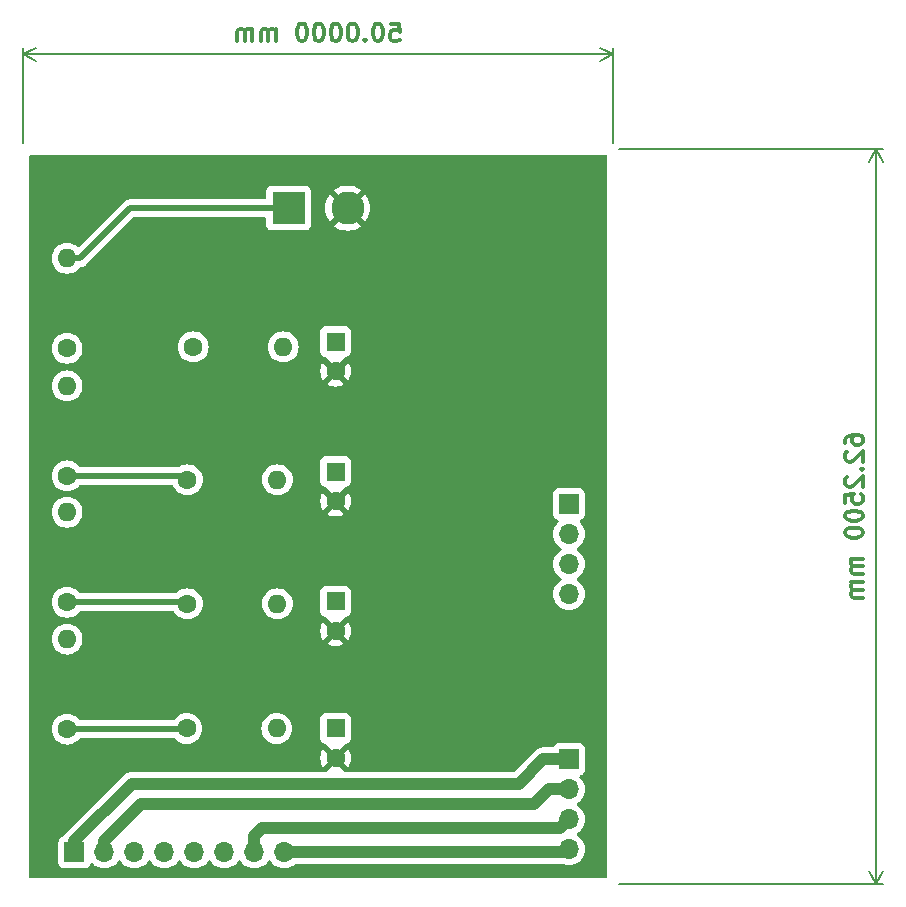
<source format=gbr>
%TF.GenerationSoftware,KiCad,Pcbnew,8.0.6-8.0.6-0~ubuntu22.04.1*%
%TF.CreationDate,2024-11-06T16:41:07-03:00*%
%TF.ProjectId,sensor_filter,73656e73-6f72-45f6-9669-6c7465722e6b,rev?*%
%TF.SameCoordinates,Original*%
%TF.FileFunction,Copper,L2,Bot*%
%TF.FilePolarity,Positive*%
%FSLAX46Y46*%
G04 Gerber Fmt 4.6, Leading zero omitted, Abs format (unit mm)*
G04 Created by KiCad (PCBNEW 8.0.6-8.0.6-0~ubuntu22.04.1) date 2024-11-06 16:41:07*
%MOMM*%
%LPD*%
G01*
G04 APERTURE LIST*
%ADD10C,0.300000*%
%TA.AperFunction,NonConductor*%
%ADD11C,0.300000*%
%TD*%
%TA.AperFunction,NonConductor*%
%ADD12C,0.200000*%
%TD*%
%TA.AperFunction,ComponentPad*%
%ADD13R,1.600000X1.600000*%
%TD*%
%TA.AperFunction,ComponentPad*%
%ADD14C,1.600000*%
%TD*%
%TA.AperFunction,ComponentPad*%
%ADD15O,1.600000X1.600000*%
%TD*%
%TA.AperFunction,ComponentPad*%
%ADD16R,1.700000X1.700000*%
%TD*%
%TA.AperFunction,ComponentPad*%
%ADD17O,1.700000X1.700000*%
%TD*%
%TA.AperFunction,ComponentPad*%
%ADD18R,2.800000X2.800000*%
%TD*%
%TA.AperFunction,ComponentPad*%
%ADD19C,2.800000*%
%TD*%
%TA.AperFunction,Conductor*%
%ADD20C,0.200000*%
%TD*%
%TA.AperFunction,Conductor*%
%ADD21C,0.500000*%
%TD*%
%TA.AperFunction,Conductor*%
%ADD22C,1.000000*%
%TD*%
G04 APERTURE END LIST*
D10*
D11*
X194878328Y-61160716D02*
X194878328Y-60875001D01*
X194878328Y-60875001D02*
X194949757Y-60732144D01*
X194949757Y-60732144D02*
X195021185Y-60660716D01*
X195021185Y-60660716D02*
X195235471Y-60517858D01*
X195235471Y-60517858D02*
X195521185Y-60446430D01*
X195521185Y-60446430D02*
X196092614Y-60446430D01*
X196092614Y-60446430D02*
X196235471Y-60517858D01*
X196235471Y-60517858D02*
X196306900Y-60589287D01*
X196306900Y-60589287D02*
X196378328Y-60732144D01*
X196378328Y-60732144D02*
X196378328Y-61017858D01*
X196378328Y-61017858D02*
X196306900Y-61160716D01*
X196306900Y-61160716D02*
X196235471Y-61232144D01*
X196235471Y-61232144D02*
X196092614Y-61303573D01*
X196092614Y-61303573D02*
X195735471Y-61303573D01*
X195735471Y-61303573D02*
X195592614Y-61232144D01*
X195592614Y-61232144D02*
X195521185Y-61160716D01*
X195521185Y-61160716D02*
X195449757Y-61017858D01*
X195449757Y-61017858D02*
X195449757Y-60732144D01*
X195449757Y-60732144D02*
X195521185Y-60589287D01*
X195521185Y-60589287D02*
X195592614Y-60517858D01*
X195592614Y-60517858D02*
X195735471Y-60446430D01*
X195021185Y-61875001D02*
X194949757Y-61946429D01*
X194949757Y-61946429D02*
X194878328Y-62089287D01*
X194878328Y-62089287D02*
X194878328Y-62446429D01*
X194878328Y-62446429D02*
X194949757Y-62589287D01*
X194949757Y-62589287D02*
X195021185Y-62660715D01*
X195021185Y-62660715D02*
X195164042Y-62732144D01*
X195164042Y-62732144D02*
X195306900Y-62732144D01*
X195306900Y-62732144D02*
X195521185Y-62660715D01*
X195521185Y-62660715D02*
X196378328Y-61803572D01*
X196378328Y-61803572D02*
X196378328Y-62732144D01*
X196235471Y-63375000D02*
X196306900Y-63446429D01*
X196306900Y-63446429D02*
X196378328Y-63375000D01*
X196378328Y-63375000D02*
X196306900Y-63303572D01*
X196306900Y-63303572D02*
X196235471Y-63375000D01*
X196235471Y-63375000D02*
X196378328Y-63375000D01*
X195021185Y-64017858D02*
X194949757Y-64089286D01*
X194949757Y-64089286D02*
X194878328Y-64232144D01*
X194878328Y-64232144D02*
X194878328Y-64589286D01*
X194878328Y-64589286D02*
X194949757Y-64732144D01*
X194949757Y-64732144D02*
X195021185Y-64803572D01*
X195021185Y-64803572D02*
X195164042Y-64875001D01*
X195164042Y-64875001D02*
X195306900Y-64875001D01*
X195306900Y-64875001D02*
X195521185Y-64803572D01*
X195521185Y-64803572D02*
X196378328Y-63946429D01*
X196378328Y-63946429D02*
X196378328Y-64875001D01*
X194878328Y-66232143D02*
X194878328Y-65517857D01*
X194878328Y-65517857D02*
X195592614Y-65446429D01*
X195592614Y-65446429D02*
X195521185Y-65517857D01*
X195521185Y-65517857D02*
X195449757Y-65660715D01*
X195449757Y-65660715D02*
X195449757Y-66017857D01*
X195449757Y-66017857D02*
X195521185Y-66160715D01*
X195521185Y-66160715D02*
X195592614Y-66232143D01*
X195592614Y-66232143D02*
X195735471Y-66303572D01*
X195735471Y-66303572D02*
X196092614Y-66303572D01*
X196092614Y-66303572D02*
X196235471Y-66232143D01*
X196235471Y-66232143D02*
X196306900Y-66160715D01*
X196306900Y-66160715D02*
X196378328Y-66017857D01*
X196378328Y-66017857D02*
X196378328Y-65660715D01*
X196378328Y-65660715D02*
X196306900Y-65517857D01*
X196306900Y-65517857D02*
X196235471Y-65446429D01*
X194878328Y-67232143D02*
X194878328Y-67375000D01*
X194878328Y-67375000D02*
X194949757Y-67517857D01*
X194949757Y-67517857D02*
X195021185Y-67589286D01*
X195021185Y-67589286D02*
X195164042Y-67660714D01*
X195164042Y-67660714D02*
X195449757Y-67732143D01*
X195449757Y-67732143D02*
X195806900Y-67732143D01*
X195806900Y-67732143D02*
X196092614Y-67660714D01*
X196092614Y-67660714D02*
X196235471Y-67589286D01*
X196235471Y-67589286D02*
X196306900Y-67517857D01*
X196306900Y-67517857D02*
X196378328Y-67375000D01*
X196378328Y-67375000D02*
X196378328Y-67232143D01*
X196378328Y-67232143D02*
X196306900Y-67089286D01*
X196306900Y-67089286D02*
X196235471Y-67017857D01*
X196235471Y-67017857D02*
X196092614Y-66946428D01*
X196092614Y-66946428D02*
X195806900Y-66875000D01*
X195806900Y-66875000D02*
X195449757Y-66875000D01*
X195449757Y-66875000D02*
X195164042Y-66946428D01*
X195164042Y-66946428D02*
X195021185Y-67017857D01*
X195021185Y-67017857D02*
X194949757Y-67089286D01*
X194949757Y-67089286D02*
X194878328Y-67232143D01*
X194878328Y-68660714D02*
X194878328Y-68803571D01*
X194878328Y-68803571D02*
X194949757Y-68946428D01*
X194949757Y-68946428D02*
X195021185Y-69017857D01*
X195021185Y-69017857D02*
X195164042Y-69089285D01*
X195164042Y-69089285D02*
X195449757Y-69160714D01*
X195449757Y-69160714D02*
X195806900Y-69160714D01*
X195806900Y-69160714D02*
X196092614Y-69089285D01*
X196092614Y-69089285D02*
X196235471Y-69017857D01*
X196235471Y-69017857D02*
X196306900Y-68946428D01*
X196306900Y-68946428D02*
X196378328Y-68803571D01*
X196378328Y-68803571D02*
X196378328Y-68660714D01*
X196378328Y-68660714D02*
X196306900Y-68517857D01*
X196306900Y-68517857D02*
X196235471Y-68446428D01*
X196235471Y-68446428D02*
X196092614Y-68374999D01*
X196092614Y-68374999D02*
X195806900Y-68303571D01*
X195806900Y-68303571D02*
X195449757Y-68303571D01*
X195449757Y-68303571D02*
X195164042Y-68374999D01*
X195164042Y-68374999D02*
X195021185Y-68446428D01*
X195021185Y-68446428D02*
X194949757Y-68517857D01*
X194949757Y-68517857D02*
X194878328Y-68660714D01*
X196378328Y-70946427D02*
X195378328Y-70946427D01*
X195521185Y-70946427D02*
X195449757Y-71017856D01*
X195449757Y-71017856D02*
X195378328Y-71160713D01*
X195378328Y-71160713D02*
X195378328Y-71374999D01*
X195378328Y-71374999D02*
X195449757Y-71517856D01*
X195449757Y-71517856D02*
X195592614Y-71589285D01*
X195592614Y-71589285D02*
X196378328Y-71589285D01*
X195592614Y-71589285D02*
X195449757Y-71660713D01*
X195449757Y-71660713D02*
X195378328Y-71803570D01*
X195378328Y-71803570D02*
X195378328Y-72017856D01*
X195378328Y-72017856D02*
X195449757Y-72160713D01*
X195449757Y-72160713D02*
X195592614Y-72232142D01*
X195592614Y-72232142D02*
X196378328Y-72232142D01*
X196378328Y-72946427D02*
X195378328Y-72946427D01*
X195521185Y-72946427D02*
X195449757Y-73017856D01*
X195449757Y-73017856D02*
X195378328Y-73160713D01*
X195378328Y-73160713D02*
X195378328Y-73374999D01*
X195378328Y-73374999D02*
X195449757Y-73517856D01*
X195449757Y-73517856D02*
X195592614Y-73589285D01*
X195592614Y-73589285D02*
X196378328Y-73589285D01*
X195592614Y-73589285D02*
X195449757Y-73660713D01*
X195449757Y-73660713D02*
X195378328Y-73803570D01*
X195378328Y-73803570D02*
X195378328Y-74017856D01*
X195378328Y-74017856D02*
X195449757Y-74160713D01*
X195449757Y-74160713D02*
X195592614Y-74232142D01*
X195592614Y-74232142D02*
X196378328Y-74232142D01*
D12*
X175750000Y-98500000D02*
X198086420Y-98500000D01*
X175750000Y-36250000D02*
X198086420Y-36250000D01*
X197500000Y-98500000D02*
X197500000Y-36250000D01*
X197500000Y-98500000D02*
X197500000Y-36250000D01*
X197500000Y-98500000D02*
X196913579Y-97373496D01*
X197500000Y-98500000D02*
X198086421Y-97373496D01*
X197500000Y-36250000D02*
X198086421Y-37376504D01*
X197500000Y-36250000D02*
X196913579Y-37376504D01*
D10*
D11*
X156392855Y-25628328D02*
X157107141Y-25628328D01*
X157107141Y-25628328D02*
X157178569Y-26342614D01*
X157178569Y-26342614D02*
X157107141Y-26271185D01*
X157107141Y-26271185D02*
X156964284Y-26199757D01*
X156964284Y-26199757D02*
X156607141Y-26199757D01*
X156607141Y-26199757D02*
X156464284Y-26271185D01*
X156464284Y-26271185D02*
X156392855Y-26342614D01*
X156392855Y-26342614D02*
X156321426Y-26485471D01*
X156321426Y-26485471D02*
X156321426Y-26842614D01*
X156321426Y-26842614D02*
X156392855Y-26985471D01*
X156392855Y-26985471D02*
X156464284Y-27056900D01*
X156464284Y-27056900D02*
X156607141Y-27128328D01*
X156607141Y-27128328D02*
X156964284Y-27128328D01*
X156964284Y-27128328D02*
X157107141Y-27056900D01*
X157107141Y-27056900D02*
X157178569Y-26985471D01*
X155392855Y-25628328D02*
X155249998Y-25628328D01*
X155249998Y-25628328D02*
X155107141Y-25699757D01*
X155107141Y-25699757D02*
X155035713Y-25771185D01*
X155035713Y-25771185D02*
X154964284Y-25914042D01*
X154964284Y-25914042D02*
X154892855Y-26199757D01*
X154892855Y-26199757D02*
X154892855Y-26556900D01*
X154892855Y-26556900D02*
X154964284Y-26842614D01*
X154964284Y-26842614D02*
X155035713Y-26985471D01*
X155035713Y-26985471D02*
X155107141Y-27056900D01*
X155107141Y-27056900D02*
X155249998Y-27128328D01*
X155249998Y-27128328D02*
X155392855Y-27128328D01*
X155392855Y-27128328D02*
X155535713Y-27056900D01*
X155535713Y-27056900D02*
X155607141Y-26985471D01*
X155607141Y-26985471D02*
X155678570Y-26842614D01*
X155678570Y-26842614D02*
X155749998Y-26556900D01*
X155749998Y-26556900D02*
X155749998Y-26199757D01*
X155749998Y-26199757D02*
X155678570Y-25914042D01*
X155678570Y-25914042D02*
X155607141Y-25771185D01*
X155607141Y-25771185D02*
X155535713Y-25699757D01*
X155535713Y-25699757D02*
X155392855Y-25628328D01*
X154249999Y-26985471D02*
X154178570Y-27056900D01*
X154178570Y-27056900D02*
X154249999Y-27128328D01*
X154249999Y-27128328D02*
X154321427Y-27056900D01*
X154321427Y-27056900D02*
X154249999Y-26985471D01*
X154249999Y-26985471D02*
X154249999Y-27128328D01*
X153249998Y-25628328D02*
X153107141Y-25628328D01*
X153107141Y-25628328D02*
X152964284Y-25699757D01*
X152964284Y-25699757D02*
X152892856Y-25771185D01*
X152892856Y-25771185D02*
X152821427Y-25914042D01*
X152821427Y-25914042D02*
X152749998Y-26199757D01*
X152749998Y-26199757D02*
X152749998Y-26556900D01*
X152749998Y-26556900D02*
X152821427Y-26842614D01*
X152821427Y-26842614D02*
X152892856Y-26985471D01*
X152892856Y-26985471D02*
X152964284Y-27056900D01*
X152964284Y-27056900D02*
X153107141Y-27128328D01*
X153107141Y-27128328D02*
X153249998Y-27128328D01*
X153249998Y-27128328D02*
X153392856Y-27056900D01*
X153392856Y-27056900D02*
X153464284Y-26985471D01*
X153464284Y-26985471D02*
X153535713Y-26842614D01*
X153535713Y-26842614D02*
X153607141Y-26556900D01*
X153607141Y-26556900D02*
X153607141Y-26199757D01*
X153607141Y-26199757D02*
X153535713Y-25914042D01*
X153535713Y-25914042D02*
X153464284Y-25771185D01*
X153464284Y-25771185D02*
X153392856Y-25699757D01*
X153392856Y-25699757D02*
X153249998Y-25628328D01*
X151821427Y-25628328D02*
X151678570Y-25628328D01*
X151678570Y-25628328D02*
X151535713Y-25699757D01*
X151535713Y-25699757D02*
X151464285Y-25771185D01*
X151464285Y-25771185D02*
X151392856Y-25914042D01*
X151392856Y-25914042D02*
X151321427Y-26199757D01*
X151321427Y-26199757D02*
X151321427Y-26556900D01*
X151321427Y-26556900D02*
X151392856Y-26842614D01*
X151392856Y-26842614D02*
X151464285Y-26985471D01*
X151464285Y-26985471D02*
X151535713Y-27056900D01*
X151535713Y-27056900D02*
X151678570Y-27128328D01*
X151678570Y-27128328D02*
X151821427Y-27128328D01*
X151821427Y-27128328D02*
X151964285Y-27056900D01*
X151964285Y-27056900D02*
X152035713Y-26985471D01*
X152035713Y-26985471D02*
X152107142Y-26842614D01*
X152107142Y-26842614D02*
X152178570Y-26556900D01*
X152178570Y-26556900D02*
X152178570Y-26199757D01*
X152178570Y-26199757D02*
X152107142Y-25914042D01*
X152107142Y-25914042D02*
X152035713Y-25771185D01*
X152035713Y-25771185D02*
X151964285Y-25699757D01*
X151964285Y-25699757D02*
X151821427Y-25628328D01*
X150392856Y-25628328D02*
X150249999Y-25628328D01*
X150249999Y-25628328D02*
X150107142Y-25699757D01*
X150107142Y-25699757D02*
X150035714Y-25771185D01*
X150035714Y-25771185D02*
X149964285Y-25914042D01*
X149964285Y-25914042D02*
X149892856Y-26199757D01*
X149892856Y-26199757D02*
X149892856Y-26556900D01*
X149892856Y-26556900D02*
X149964285Y-26842614D01*
X149964285Y-26842614D02*
X150035714Y-26985471D01*
X150035714Y-26985471D02*
X150107142Y-27056900D01*
X150107142Y-27056900D02*
X150249999Y-27128328D01*
X150249999Y-27128328D02*
X150392856Y-27128328D01*
X150392856Y-27128328D02*
X150535714Y-27056900D01*
X150535714Y-27056900D02*
X150607142Y-26985471D01*
X150607142Y-26985471D02*
X150678571Y-26842614D01*
X150678571Y-26842614D02*
X150749999Y-26556900D01*
X150749999Y-26556900D02*
X150749999Y-26199757D01*
X150749999Y-26199757D02*
X150678571Y-25914042D01*
X150678571Y-25914042D02*
X150607142Y-25771185D01*
X150607142Y-25771185D02*
X150535714Y-25699757D01*
X150535714Y-25699757D02*
X150392856Y-25628328D01*
X148964285Y-25628328D02*
X148821428Y-25628328D01*
X148821428Y-25628328D02*
X148678571Y-25699757D01*
X148678571Y-25699757D02*
X148607143Y-25771185D01*
X148607143Y-25771185D02*
X148535714Y-25914042D01*
X148535714Y-25914042D02*
X148464285Y-26199757D01*
X148464285Y-26199757D02*
X148464285Y-26556900D01*
X148464285Y-26556900D02*
X148535714Y-26842614D01*
X148535714Y-26842614D02*
X148607143Y-26985471D01*
X148607143Y-26985471D02*
X148678571Y-27056900D01*
X148678571Y-27056900D02*
X148821428Y-27128328D01*
X148821428Y-27128328D02*
X148964285Y-27128328D01*
X148964285Y-27128328D02*
X149107143Y-27056900D01*
X149107143Y-27056900D02*
X149178571Y-26985471D01*
X149178571Y-26985471D02*
X149250000Y-26842614D01*
X149250000Y-26842614D02*
X149321428Y-26556900D01*
X149321428Y-26556900D02*
X149321428Y-26199757D01*
X149321428Y-26199757D02*
X149250000Y-25914042D01*
X149250000Y-25914042D02*
X149178571Y-25771185D01*
X149178571Y-25771185D02*
X149107143Y-25699757D01*
X149107143Y-25699757D02*
X148964285Y-25628328D01*
X146678572Y-27128328D02*
X146678572Y-26128328D01*
X146678572Y-26271185D02*
X146607143Y-26199757D01*
X146607143Y-26199757D02*
X146464286Y-26128328D01*
X146464286Y-26128328D02*
X146250000Y-26128328D01*
X146250000Y-26128328D02*
X146107143Y-26199757D01*
X146107143Y-26199757D02*
X146035715Y-26342614D01*
X146035715Y-26342614D02*
X146035715Y-27128328D01*
X146035715Y-26342614D02*
X145964286Y-26199757D01*
X145964286Y-26199757D02*
X145821429Y-26128328D01*
X145821429Y-26128328D02*
X145607143Y-26128328D01*
X145607143Y-26128328D02*
X145464286Y-26199757D01*
X145464286Y-26199757D02*
X145392857Y-26342614D01*
X145392857Y-26342614D02*
X145392857Y-27128328D01*
X144678572Y-27128328D02*
X144678572Y-26128328D01*
X144678572Y-26271185D02*
X144607143Y-26199757D01*
X144607143Y-26199757D02*
X144464286Y-26128328D01*
X144464286Y-26128328D02*
X144250000Y-26128328D01*
X144250000Y-26128328D02*
X144107143Y-26199757D01*
X144107143Y-26199757D02*
X144035715Y-26342614D01*
X144035715Y-26342614D02*
X144035715Y-27128328D01*
X144035715Y-26342614D02*
X143964286Y-26199757D01*
X143964286Y-26199757D02*
X143821429Y-26128328D01*
X143821429Y-26128328D02*
X143607143Y-26128328D01*
X143607143Y-26128328D02*
X143464286Y-26199757D01*
X143464286Y-26199757D02*
X143392857Y-26342614D01*
X143392857Y-26342614D02*
X143392857Y-27128328D01*
D12*
X125250000Y-35750000D02*
X125250000Y-27663580D01*
X175250000Y-35750000D02*
X175250000Y-27663580D01*
X125250000Y-28250000D02*
X175250000Y-28250000D01*
X125250000Y-28250000D02*
X175250000Y-28250000D01*
X125250000Y-28250000D02*
X126376504Y-27663579D01*
X125250000Y-28250000D02*
X126376504Y-28836421D01*
X175250000Y-28250000D02*
X174123496Y-28836421D01*
X175250000Y-28250000D02*
X174123496Y-27663579D01*
D13*
%TO.P,C4,1*%
%TO.N,Net-(IC4-VIN+)*%
X151750000Y-85310000D03*
D14*
%TO.P,C4,2*%
%TO.N,GND*%
X151750000Y-87810000D03*
%TD*%
%TO.P,R6,1*%
%TO.N,Line2*%
X139190000Y-64250000D03*
D15*
%TO.P,R6,2*%
%TO.N,Net-(IC2-VIN+)*%
X146810000Y-64250000D03*
%TD*%
D14*
%TO.P,R4,1*%
%TO.N,Line4*%
X129000000Y-85370000D03*
D15*
%TO.P,R4,2*%
%TO.N,+3.3V*%
X129000000Y-77750000D03*
%TD*%
D14*
%TO.P,R5,1*%
%TO.N,Line1*%
X139690000Y-53000000D03*
D15*
%TO.P,R5,2*%
%TO.N,Net-(IC1-VIN+)*%
X147310000Y-53000000D03*
%TD*%
D14*
%TO.P,R8,1*%
%TO.N,Line4*%
X139130000Y-85310000D03*
D15*
%TO.P,R8,2*%
%TO.N,Net-(IC4-VIN+)*%
X146750000Y-85310000D03*
%TD*%
D16*
%TO.P,J4,1,Pin_1*%
%TO.N,GPIO_Output1*%
X171500000Y-87920000D03*
D17*
%TO.P,J4,2,Pin_2*%
%TO.N,GPIO_Output2*%
X171500000Y-90460000D03*
%TO.P,J4,3,Pin_3*%
%TO.N,GPIO_Output3*%
X171500000Y-93000000D03*
%TO.P,J4,4,Pin_4*%
%TO.N,GPIO_Output4*%
X171500000Y-95540000D03*
%TD*%
D13*
%TO.P,C1,1*%
%TO.N,Net-(IC1-VIN+)*%
X151750000Y-52560000D03*
D14*
%TO.P,C1,2*%
%TO.N,GND*%
X151750000Y-55060000D03*
%TD*%
%TO.P,R3,1*%
%TO.N,Line3*%
X129000000Y-74620000D03*
D15*
%TO.P,R3,2*%
%TO.N,+3.3V*%
X129000000Y-67000000D03*
%TD*%
D13*
%TO.P,C3,1*%
%TO.N,Net-(IC3-VIN+)*%
X151750000Y-74560000D03*
D14*
%TO.P,C3,2*%
%TO.N,GND*%
X151750000Y-77060000D03*
%TD*%
D16*
%TO.P,J3,1,Pin_1*%
%TO.N,ADC_Input1*%
X171500000Y-66310000D03*
D17*
%TO.P,J3,2,Pin_2*%
%TO.N,ADC_Input2*%
X171500000Y-68850000D03*
%TO.P,J3,3,Pin_3*%
%TO.N,ADC_Input3*%
X171500000Y-71390000D03*
%TO.P,J3,4,Pin_4*%
%TO.N,ADC_Input4*%
X171500000Y-73930000D03*
%TD*%
D14*
%TO.P,R2,1*%
%TO.N,Line2*%
X129000000Y-63930000D03*
D15*
%TO.P,R2,2*%
%TO.N,+3.3V*%
X129000000Y-56310000D03*
%TD*%
D13*
%TO.P,C2,1*%
%TO.N,Net-(IC2-VIN+)*%
X151750000Y-63560000D03*
D14*
%TO.P,C2,2*%
%TO.N,GND*%
X151750000Y-66060000D03*
%TD*%
D18*
%TO.P,J2,1,Pin_1*%
%TO.N,+3.3V*%
X147750000Y-41250000D03*
D19*
%TO.P,J2,2,Pin_2*%
%TO.N,GND*%
X152750000Y-41250000D03*
%TD*%
D14*
%TO.P,R1,1*%
%TO.N,Line1*%
X129000000Y-53120000D03*
D15*
%TO.P,R1,2*%
%TO.N,+3.3V*%
X129000000Y-45500000D03*
%TD*%
D16*
%TO.P,J1,1,Pin_1*%
%TO.N,GPIO_Output1*%
X129625000Y-95810000D03*
D17*
%TO.P,J1,2,Pin_2*%
%TO.N,GPIO_Output2*%
X132165000Y-95810000D03*
%TO.P,J1,3,Pin_3*%
%TO.N,Line1*%
X134705000Y-95810000D03*
%TO.P,J1,4,Pin_4*%
%TO.N,Line2*%
X137245000Y-95810000D03*
%TO.P,J1,5,Pin_5*%
%TO.N,Line3*%
X139785000Y-95810000D03*
%TO.P,J1,6,Pin_6*%
%TO.N,Line4*%
X142325000Y-95810000D03*
%TO.P,J1,7,Pin_7*%
%TO.N,GPIO_Output3*%
X144865000Y-95810000D03*
%TO.P,J1,8,Pin_8*%
%TO.N,GPIO_Output4*%
X147405000Y-95810000D03*
%TD*%
D14*
%TO.P,R7,1*%
%TO.N,Line3*%
X139190000Y-74750000D03*
D15*
%TO.P,R7,2*%
%TO.N,Net-(IC3-VIN+)*%
X146810000Y-74750000D03*
%TD*%
D20*
%TO.N,Net-(IC2-VIN+)*%
X151500000Y-63810000D02*
X151750000Y-63560000D01*
D21*
%TO.N,+3.3V*%
X129000000Y-45500000D02*
X130101700Y-45500000D01*
X147750000Y-41250000D02*
X134351700Y-41250000D01*
X134351700Y-41250000D02*
X130101700Y-45500000D01*
%TO.N,Line2*%
X138870000Y-63930000D02*
X139190000Y-64250000D01*
X129000000Y-63930000D02*
X138870000Y-63930000D01*
%TO.N,Line3*%
X129000000Y-74620000D02*
X139060000Y-74620000D01*
X139060000Y-74620000D02*
X139190000Y-74750000D01*
%TO.N,Line4*%
X129000000Y-85370000D02*
X139070000Y-85370000D01*
X139070000Y-85370000D02*
X139130000Y-85310000D01*
D22*
%TO.N,GPIO_Output3*%
X144865000Y-95810000D02*
X144865000Y-94385000D01*
X144865000Y-94385000D02*
X145500000Y-93750000D01*
X145500000Y-93750000D02*
X170750000Y-93750000D01*
X170750000Y-93750000D02*
X171500000Y-93000000D01*
%TO.N,GPIO_Output1*%
X171500000Y-87920000D02*
X169330000Y-87920000D01*
X134500000Y-90000000D02*
X129625000Y-94875000D01*
D20*
X129625000Y-94875000D02*
X129625000Y-95810000D01*
D22*
X167250000Y-90000000D02*
X134500000Y-90000000D01*
X169330000Y-87920000D02*
X167250000Y-90000000D01*
%TO.N,GPIO_Output4*%
X147465000Y-95750000D02*
X171290000Y-95750000D01*
X171290000Y-95750000D02*
X171500000Y-95540000D01*
X147405000Y-95810000D02*
X147465000Y-95750000D01*
%TO.N,GPIO_Output2*%
X132165000Y-94835000D02*
X135250000Y-91750000D01*
X132165000Y-95810000D02*
X132165000Y-94835000D01*
X169790000Y-90460000D02*
X171500000Y-90460000D01*
X135250000Y-91750000D02*
X168500000Y-91750000D01*
X168500000Y-91750000D02*
X169790000Y-90460000D01*
%TD*%
%TA.AperFunction,Conductor*%
%TO.N,GND*%
G36*
X174692539Y-36770185D02*
G01*
X174738294Y-36822989D01*
X174749500Y-36874500D01*
X174749500Y-97875500D01*
X174729815Y-97942539D01*
X174677011Y-97988294D01*
X174625500Y-97999500D01*
X125874500Y-97999500D01*
X125807461Y-97979815D01*
X125761706Y-97927011D01*
X125750500Y-97875500D01*
X125750500Y-94912135D01*
X128274500Y-94912135D01*
X128274500Y-96707870D01*
X128274501Y-96707876D01*
X128280908Y-96767483D01*
X128331202Y-96902328D01*
X128331206Y-96902335D01*
X128417452Y-97017544D01*
X128417455Y-97017547D01*
X128532664Y-97103793D01*
X128532671Y-97103797D01*
X128667517Y-97154091D01*
X128667516Y-97154091D01*
X128674444Y-97154835D01*
X128727127Y-97160500D01*
X130522872Y-97160499D01*
X130582483Y-97154091D01*
X130717331Y-97103796D01*
X130832546Y-97017546D01*
X130918796Y-96902331D01*
X130967810Y-96770916D01*
X131009681Y-96714984D01*
X131075145Y-96690566D01*
X131143418Y-96705417D01*
X131171673Y-96726569D01*
X131293599Y-96848495D01*
X131390384Y-96916265D01*
X131487165Y-96984032D01*
X131487167Y-96984033D01*
X131487170Y-96984035D01*
X131701337Y-97083903D01*
X131929592Y-97145063D01*
X132106034Y-97160500D01*
X132164999Y-97165659D01*
X132165000Y-97165659D01*
X132165001Y-97165659D01*
X132223966Y-97160500D01*
X132400408Y-97145063D01*
X132628663Y-97083903D01*
X132842830Y-96984035D01*
X133036401Y-96848495D01*
X133203495Y-96681401D01*
X133333425Y-96495842D01*
X133388002Y-96452217D01*
X133457500Y-96445023D01*
X133519855Y-96476546D01*
X133536575Y-96495842D01*
X133666505Y-96681401D01*
X133833599Y-96848495D01*
X133930384Y-96916265D01*
X134027165Y-96984032D01*
X134027167Y-96984033D01*
X134027170Y-96984035D01*
X134241337Y-97083903D01*
X134469592Y-97145063D01*
X134646034Y-97160500D01*
X134704999Y-97165659D01*
X134705000Y-97165659D01*
X134705001Y-97165659D01*
X134763966Y-97160500D01*
X134940408Y-97145063D01*
X135168663Y-97083903D01*
X135382830Y-96984035D01*
X135576401Y-96848495D01*
X135743495Y-96681401D01*
X135873425Y-96495842D01*
X135928002Y-96452217D01*
X135997500Y-96445023D01*
X136059855Y-96476546D01*
X136076575Y-96495842D01*
X136206505Y-96681401D01*
X136373599Y-96848495D01*
X136470384Y-96916265D01*
X136567165Y-96984032D01*
X136567167Y-96984033D01*
X136567170Y-96984035D01*
X136781337Y-97083903D01*
X137009592Y-97145063D01*
X137186034Y-97160500D01*
X137244999Y-97165659D01*
X137245000Y-97165659D01*
X137245001Y-97165659D01*
X137303966Y-97160500D01*
X137480408Y-97145063D01*
X137708663Y-97083903D01*
X137922830Y-96984035D01*
X138116401Y-96848495D01*
X138283495Y-96681401D01*
X138413425Y-96495842D01*
X138468002Y-96452217D01*
X138537500Y-96445023D01*
X138599855Y-96476546D01*
X138616575Y-96495842D01*
X138746505Y-96681401D01*
X138913599Y-96848495D01*
X139010384Y-96916265D01*
X139107165Y-96984032D01*
X139107167Y-96984033D01*
X139107170Y-96984035D01*
X139321337Y-97083903D01*
X139549592Y-97145063D01*
X139726034Y-97160500D01*
X139784999Y-97165659D01*
X139785000Y-97165659D01*
X139785001Y-97165659D01*
X139843966Y-97160500D01*
X140020408Y-97145063D01*
X140248663Y-97083903D01*
X140462830Y-96984035D01*
X140656401Y-96848495D01*
X140823495Y-96681401D01*
X140953425Y-96495842D01*
X141008002Y-96452217D01*
X141077500Y-96445023D01*
X141139855Y-96476546D01*
X141156575Y-96495842D01*
X141286505Y-96681401D01*
X141453599Y-96848495D01*
X141550384Y-96916265D01*
X141647165Y-96984032D01*
X141647167Y-96984033D01*
X141647170Y-96984035D01*
X141861337Y-97083903D01*
X142089592Y-97145063D01*
X142266034Y-97160500D01*
X142324999Y-97165659D01*
X142325000Y-97165659D01*
X142325001Y-97165659D01*
X142383966Y-97160500D01*
X142560408Y-97145063D01*
X142788663Y-97083903D01*
X143002830Y-96984035D01*
X143196401Y-96848495D01*
X143363495Y-96681401D01*
X143493425Y-96495842D01*
X143548002Y-96452217D01*
X143617500Y-96445023D01*
X143679855Y-96476546D01*
X143696575Y-96495842D01*
X143826505Y-96681401D01*
X143993599Y-96848495D01*
X144090384Y-96916265D01*
X144187165Y-96984032D01*
X144187167Y-96984033D01*
X144187170Y-96984035D01*
X144401337Y-97083903D01*
X144629592Y-97145063D01*
X144806034Y-97160500D01*
X144864999Y-97165659D01*
X144865000Y-97165659D01*
X144865001Y-97165659D01*
X144923966Y-97160500D01*
X145100408Y-97145063D01*
X145328663Y-97083903D01*
X145542830Y-96984035D01*
X145736401Y-96848495D01*
X145903495Y-96681401D01*
X146033425Y-96495842D01*
X146088002Y-96452217D01*
X146157500Y-96445023D01*
X146219855Y-96476546D01*
X146236575Y-96495842D01*
X146366505Y-96681401D01*
X146533599Y-96848495D01*
X146630384Y-96916265D01*
X146727165Y-96984032D01*
X146727167Y-96984033D01*
X146727170Y-96984035D01*
X146941337Y-97083903D01*
X147169592Y-97145063D01*
X147346034Y-97160500D01*
X147404999Y-97165659D01*
X147405000Y-97165659D01*
X147405001Y-97165659D01*
X147463966Y-97160500D01*
X147640408Y-97145063D01*
X147868663Y-97083903D01*
X148082830Y-96984035D01*
X148276401Y-96848495D01*
X148338077Y-96786819D01*
X148399400Y-96753334D01*
X148425758Y-96750500D01*
X170872879Y-96750500D01*
X170925283Y-96762117D01*
X171036337Y-96813903D01*
X171264592Y-96875063D01*
X171452918Y-96891539D01*
X171499999Y-96895659D01*
X171500000Y-96895659D01*
X171500001Y-96895659D01*
X171539234Y-96892226D01*
X171735408Y-96875063D01*
X171963663Y-96813903D01*
X172177830Y-96714035D01*
X172371401Y-96578495D01*
X172538495Y-96411401D01*
X172674035Y-96217830D01*
X172773903Y-96003663D01*
X172835063Y-95775408D01*
X172855659Y-95540000D01*
X172835063Y-95304592D01*
X172773903Y-95076337D01*
X172674035Y-94862171D01*
X172667276Y-94852517D01*
X172538494Y-94668597D01*
X172371402Y-94501506D01*
X172371396Y-94501501D01*
X172185842Y-94371575D01*
X172142217Y-94316998D01*
X172135023Y-94247500D01*
X172166546Y-94185145D01*
X172185842Y-94168425D01*
X172293331Y-94093160D01*
X172371401Y-94038495D01*
X172538495Y-93871401D01*
X172674035Y-93677830D01*
X172773903Y-93463663D01*
X172835063Y-93235408D01*
X172855659Y-93000000D01*
X172835063Y-92764592D01*
X172773903Y-92536337D01*
X172674035Y-92322171D01*
X172538495Y-92128599D01*
X172538494Y-92128597D01*
X172371402Y-91961506D01*
X172371396Y-91961501D01*
X172185842Y-91831575D01*
X172142217Y-91776998D01*
X172135023Y-91707500D01*
X172166546Y-91645145D01*
X172185842Y-91628425D01*
X172208026Y-91612891D01*
X172371401Y-91498495D01*
X172538495Y-91331401D01*
X172674035Y-91137830D01*
X172773903Y-90923663D01*
X172835063Y-90695408D01*
X172855659Y-90460000D01*
X172835063Y-90224592D01*
X172773903Y-89996337D01*
X172674035Y-89782171D01*
X172538495Y-89588599D01*
X172416567Y-89466671D01*
X172383084Y-89405351D01*
X172388068Y-89335659D01*
X172429939Y-89279725D01*
X172460915Y-89262810D01*
X172592331Y-89213796D01*
X172707546Y-89127546D01*
X172793796Y-89012331D01*
X172844091Y-88877483D01*
X172850500Y-88817873D01*
X172850499Y-87022128D01*
X172844091Y-86962517D01*
X172842387Y-86957949D01*
X172793797Y-86827671D01*
X172793793Y-86827664D01*
X172707547Y-86712455D01*
X172707544Y-86712452D01*
X172592335Y-86626206D01*
X172592328Y-86626202D01*
X172457482Y-86575908D01*
X172457483Y-86575908D01*
X172397883Y-86569501D01*
X172397881Y-86569500D01*
X172397873Y-86569500D01*
X172397864Y-86569500D01*
X170602129Y-86569500D01*
X170602123Y-86569501D01*
X170542516Y-86575908D01*
X170407671Y-86626202D01*
X170407664Y-86626206D01*
X170292455Y-86712452D01*
X170292452Y-86712455D01*
X170206206Y-86827664D01*
X170206204Y-86827668D01*
X170206204Y-86827669D01*
X170202039Y-86838834D01*
X170160171Y-86894766D01*
X170094707Y-86919184D01*
X170085859Y-86919500D01*
X169231455Y-86919500D01*
X169134812Y-86938724D01*
X169038167Y-86957947D01*
X169038161Y-86957949D01*
X168984834Y-86980037D01*
X168984834Y-86980038D01*
X168939315Y-86998892D01*
X168856089Y-87033366D01*
X168856079Y-87033371D01*
X168692219Y-87142859D01*
X168622540Y-87212538D01*
X168552861Y-87282218D01*
X168552858Y-87282221D01*
X167705000Y-88130080D01*
X166871899Y-88963181D01*
X166810576Y-88996666D01*
X166784218Y-88999500D01*
X152601129Y-88999500D01*
X152534090Y-88979815D01*
X152488335Y-88927011D01*
X152483107Y-88896660D01*
X151796447Y-88210000D01*
X151802661Y-88210000D01*
X151904394Y-88182741D01*
X151995606Y-88130080D01*
X152070080Y-88055606D01*
X152122741Y-87964394D01*
X152150000Y-87862661D01*
X152150000Y-87856447D01*
X152829024Y-88535471D01*
X152880136Y-88462478D01*
X152976264Y-88256331D01*
X152976269Y-88256317D01*
X153035139Y-88036610D01*
X153035141Y-88036599D01*
X153054966Y-87810002D01*
X153054966Y-87809997D01*
X153035141Y-87583400D01*
X153035139Y-87583389D01*
X152976269Y-87363682D01*
X152976264Y-87363668D01*
X152880136Y-87157521D01*
X152880132Y-87157513D01*
X152829025Y-87084526D01*
X152150000Y-87763551D01*
X152150000Y-87757339D01*
X152122741Y-87655606D01*
X152070080Y-87564394D01*
X151995606Y-87489920D01*
X151904394Y-87437259D01*
X151802661Y-87410000D01*
X151796448Y-87410000D01*
X152480645Y-86725801D01*
X152490492Y-86676807D01*
X152539107Y-86626624D01*
X152594633Y-86611981D01*
X152594576Y-86610900D01*
X152594571Y-86610854D01*
X152594573Y-86610853D01*
X152594564Y-86610676D01*
X152597857Y-86610499D01*
X152597872Y-86610499D01*
X152657483Y-86604091D01*
X152792331Y-86553796D01*
X152907546Y-86467546D01*
X152993796Y-86352331D01*
X153044091Y-86217483D01*
X153050500Y-86157873D01*
X153050499Y-84462128D01*
X153044091Y-84402517D01*
X153031945Y-84369953D01*
X152993797Y-84267671D01*
X152993793Y-84267664D01*
X152907547Y-84152455D01*
X152907544Y-84152452D01*
X152792335Y-84066206D01*
X152792328Y-84066202D01*
X152657482Y-84015908D01*
X152657483Y-84015908D01*
X152597883Y-84009501D01*
X152597881Y-84009500D01*
X152597873Y-84009500D01*
X152597864Y-84009500D01*
X150902129Y-84009500D01*
X150902123Y-84009501D01*
X150842516Y-84015908D01*
X150707671Y-84066202D01*
X150707664Y-84066206D01*
X150592455Y-84152452D01*
X150592452Y-84152455D01*
X150506206Y-84267664D01*
X150506202Y-84267671D01*
X150455908Y-84402517D01*
X150449501Y-84462116D01*
X150449501Y-84462123D01*
X150449500Y-84462135D01*
X150449500Y-86157870D01*
X150449501Y-86157876D01*
X150455908Y-86217483D01*
X150506202Y-86352328D01*
X150506206Y-86352335D01*
X150592452Y-86467544D01*
X150592455Y-86467547D01*
X150707664Y-86553793D01*
X150707671Y-86553797D01*
X150749774Y-86569500D01*
X150842517Y-86604091D01*
X150902127Y-86610500D01*
X150902153Y-86610499D01*
X150905453Y-86610678D01*
X150905372Y-86612183D01*
X150966672Y-86630112D01*
X151012483Y-86682867D01*
X151020016Y-86726464D01*
X151703553Y-87410000D01*
X151697339Y-87410000D01*
X151595606Y-87437259D01*
X151504394Y-87489920D01*
X151429920Y-87564394D01*
X151377259Y-87655606D01*
X151350000Y-87757339D01*
X151350000Y-87763552D01*
X150670974Y-87084526D01*
X150670973Y-87084526D01*
X150619868Y-87157512D01*
X150619866Y-87157516D01*
X150523734Y-87363673D01*
X150523730Y-87363682D01*
X150464860Y-87583389D01*
X150464858Y-87583400D01*
X150445034Y-87809997D01*
X150445034Y-87810002D01*
X150464858Y-88036599D01*
X150464860Y-88036610D01*
X150523730Y-88256317D01*
X150523735Y-88256331D01*
X150619863Y-88462478D01*
X150670974Y-88535472D01*
X151350000Y-87856446D01*
X151350000Y-87862661D01*
X151377259Y-87964394D01*
X151429920Y-88055606D01*
X151504394Y-88130080D01*
X151595606Y-88182741D01*
X151697339Y-88210000D01*
X151703553Y-88210000D01*
X151015742Y-88897809D01*
X151008630Y-88933195D01*
X150960014Y-88983377D01*
X150898870Y-88999500D01*
X134401458Y-88999500D01*
X134393068Y-89001169D01*
X134336954Y-89012331D01*
X134208167Y-89037947D01*
X134208159Y-89037950D01*
X134154834Y-89060037D01*
X134154834Y-89060038D01*
X134109315Y-89078892D01*
X134026089Y-89113366D01*
X134026079Y-89113371D01*
X133862219Y-89222859D01*
X133823890Y-89261189D01*
X133722861Y-89362218D01*
X128847863Y-94237215D01*
X128847862Y-94237216D01*
X128738366Y-94401090D01*
X128735497Y-94406459D01*
X128733269Y-94405268D01*
X128696320Y-94451071D01*
X128668987Y-94465360D01*
X128532669Y-94516203D01*
X128532664Y-94516206D01*
X128417455Y-94602452D01*
X128417452Y-94602455D01*
X128331206Y-94717664D01*
X128331202Y-94717671D01*
X128280908Y-94852517D01*
X128274501Y-94912116D01*
X128274500Y-94912135D01*
X125750500Y-94912135D01*
X125750500Y-85369998D01*
X127694532Y-85369998D01*
X127694532Y-85370001D01*
X127714364Y-85596686D01*
X127714366Y-85596697D01*
X127773258Y-85816488D01*
X127773261Y-85816497D01*
X127869431Y-86022732D01*
X127869432Y-86022734D01*
X127999954Y-86209141D01*
X128160858Y-86370045D01*
X128160861Y-86370047D01*
X128347266Y-86500568D01*
X128553504Y-86596739D01*
X128553509Y-86596740D01*
X128553511Y-86596741D01*
X128580942Y-86604091D01*
X128773308Y-86655635D01*
X128935230Y-86669801D01*
X128999998Y-86675468D01*
X129000000Y-86675468D01*
X129000002Y-86675468D01*
X129056673Y-86670509D01*
X129226692Y-86655635D01*
X129446496Y-86596739D01*
X129652734Y-86500568D01*
X129839139Y-86370047D01*
X130000047Y-86209139D01*
X130025088Y-86173377D01*
X130079665Y-86129752D01*
X130126663Y-86120500D01*
X138049951Y-86120500D01*
X138116990Y-86140185D01*
X138137632Y-86156819D01*
X138290858Y-86310045D01*
X138290861Y-86310047D01*
X138477266Y-86440568D01*
X138683504Y-86536739D01*
X138903308Y-86595635D01*
X139065230Y-86609801D01*
X139129998Y-86615468D01*
X139130000Y-86615468D01*
X139130002Y-86615468D01*
X139186807Y-86610498D01*
X139356692Y-86595635D01*
X139576496Y-86536739D01*
X139782734Y-86440568D01*
X139969139Y-86310047D01*
X140130047Y-86149139D01*
X140260568Y-85962734D01*
X140356739Y-85756496D01*
X140415635Y-85536692D01*
X140435468Y-85310000D01*
X140435468Y-85309998D01*
X145444532Y-85309998D01*
X145444532Y-85310001D01*
X145464364Y-85536686D01*
X145464366Y-85536697D01*
X145523258Y-85756488D01*
X145523261Y-85756497D01*
X145619431Y-85962732D01*
X145619432Y-85962734D01*
X145749954Y-86149141D01*
X145910858Y-86310045D01*
X145910861Y-86310047D01*
X146097266Y-86440568D01*
X146303504Y-86536739D01*
X146523308Y-86595635D01*
X146685230Y-86609801D01*
X146749998Y-86615468D01*
X146750000Y-86615468D01*
X146750002Y-86615468D01*
X146806807Y-86610498D01*
X146976692Y-86595635D01*
X147196496Y-86536739D01*
X147402734Y-86440568D01*
X147589139Y-86310047D01*
X147750047Y-86149139D01*
X147880568Y-85962734D01*
X147976739Y-85756496D01*
X148035635Y-85536692D01*
X148055468Y-85310000D01*
X148035635Y-85083308D01*
X147976739Y-84863504D01*
X147880568Y-84657266D01*
X147750047Y-84470861D01*
X147750045Y-84470858D01*
X147589141Y-84309954D01*
X147402734Y-84179432D01*
X147402732Y-84179431D01*
X147196497Y-84083261D01*
X147196488Y-84083258D01*
X146976697Y-84024366D01*
X146976693Y-84024365D01*
X146976692Y-84024365D01*
X146976691Y-84024364D01*
X146976686Y-84024364D01*
X146750002Y-84004532D01*
X146749998Y-84004532D01*
X146523313Y-84024364D01*
X146523302Y-84024366D01*
X146303511Y-84083258D01*
X146303502Y-84083261D01*
X146097267Y-84179431D01*
X146097265Y-84179432D01*
X145910858Y-84309954D01*
X145749954Y-84470858D01*
X145619432Y-84657265D01*
X145619431Y-84657267D01*
X145523261Y-84863502D01*
X145523258Y-84863511D01*
X145464366Y-85083302D01*
X145464364Y-85083313D01*
X145444532Y-85309998D01*
X140435468Y-85309998D01*
X140415635Y-85083308D01*
X140356739Y-84863504D01*
X140260568Y-84657266D01*
X140130047Y-84470861D01*
X140130045Y-84470858D01*
X139969141Y-84309954D01*
X139782734Y-84179432D01*
X139782732Y-84179431D01*
X139576497Y-84083261D01*
X139576488Y-84083258D01*
X139356697Y-84024366D01*
X139356693Y-84024365D01*
X139356692Y-84024365D01*
X139356691Y-84024364D01*
X139356686Y-84024364D01*
X139130002Y-84004532D01*
X139129998Y-84004532D01*
X138903313Y-84024364D01*
X138903302Y-84024366D01*
X138683511Y-84083258D01*
X138683502Y-84083261D01*
X138477267Y-84179431D01*
X138477265Y-84179432D01*
X138290858Y-84309954D01*
X138129954Y-84470858D01*
X138062900Y-84566623D01*
X138008323Y-84610248D01*
X137961325Y-84619500D01*
X130126663Y-84619500D01*
X130059624Y-84599815D01*
X130025088Y-84566623D01*
X130000045Y-84530858D01*
X129839141Y-84369954D01*
X129652734Y-84239432D01*
X129652732Y-84239431D01*
X129446497Y-84143261D01*
X129446488Y-84143258D01*
X129226697Y-84084366D01*
X129226693Y-84084365D01*
X129226692Y-84084365D01*
X129226691Y-84084364D01*
X129226686Y-84084364D01*
X129000002Y-84064532D01*
X128999998Y-84064532D01*
X128773313Y-84084364D01*
X128773302Y-84084366D01*
X128553511Y-84143258D01*
X128553502Y-84143261D01*
X128347267Y-84239431D01*
X128347265Y-84239432D01*
X128160858Y-84369954D01*
X127999954Y-84530858D01*
X127869432Y-84717265D01*
X127869431Y-84717267D01*
X127773261Y-84923502D01*
X127773258Y-84923511D01*
X127714366Y-85143302D01*
X127714364Y-85143313D01*
X127694532Y-85369998D01*
X125750500Y-85369998D01*
X125750500Y-77749998D01*
X127694532Y-77749998D01*
X127694532Y-77750001D01*
X127714364Y-77976686D01*
X127714366Y-77976697D01*
X127773258Y-78196488D01*
X127773261Y-78196497D01*
X127869431Y-78402732D01*
X127869432Y-78402734D01*
X127999954Y-78589141D01*
X128160858Y-78750045D01*
X128160861Y-78750047D01*
X128347266Y-78880568D01*
X128553504Y-78976739D01*
X128773308Y-79035635D01*
X128935230Y-79049801D01*
X128999998Y-79055468D01*
X129000000Y-79055468D01*
X129000002Y-79055468D01*
X129056673Y-79050509D01*
X129226692Y-79035635D01*
X129446496Y-78976739D01*
X129652734Y-78880568D01*
X129839139Y-78750047D01*
X130000047Y-78589139D01*
X130130568Y-78402734D01*
X130226739Y-78196496D01*
X130285635Y-77976692D01*
X130305468Y-77750000D01*
X130285635Y-77523308D01*
X130226739Y-77303504D01*
X130130568Y-77097266D01*
X130104472Y-77059997D01*
X150445034Y-77059997D01*
X150445034Y-77060002D01*
X150464858Y-77286599D01*
X150464860Y-77286610D01*
X150523730Y-77506317D01*
X150523735Y-77506331D01*
X150619863Y-77712478D01*
X150670974Y-77785472D01*
X151350000Y-77106446D01*
X151350000Y-77112661D01*
X151377259Y-77214394D01*
X151429920Y-77305606D01*
X151504394Y-77380080D01*
X151595606Y-77432741D01*
X151697339Y-77460000D01*
X151703553Y-77460000D01*
X151024526Y-78139025D01*
X151097513Y-78190132D01*
X151097521Y-78190136D01*
X151303668Y-78286264D01*
X151303682Y-78286269D01*
X151523389Y-78345139D01*
X151523400Y-78345141D01*
X151749998Y-78364966D01*
X151750002Y-78364966D01*
X151976599Y-78345141D01*
X151976610Y-78345139D01*
X152196317Y-78286269D01*
X152196331Y-78286264D01*
X152402478Y-78190136D01*
X152475471Y-78139024D01*
X151796447Y-77460000D01*
X151802661Y-77460000D01*
X151904394Y-77432741D01*
X151995606Y-77380080D01*
X152070080Y-77305606D01*
X152122741Y-77214394D01*
X152150000Y-77112661D01*
X152150000Y-77106447D01*
X152829024Y-77785471D01*
X152880136Y-77712478D01*
X152976264Y-77506331D01*
X152976269Y-77506317D01*
X153035139Y-77286610D01*
X153035141Y-77286599D01*
X153054966Y-77060002D01*
X153054966Y-77059997D01*
X153035141Y-76833400D01*
X153035139Y-76833389D01*
X152976269Y-76613682D01*
X152976264Y-76613668D01*
X152880136Y-76407521D01*
X152880132Y-76407513D01*
X152829025Y-76334526D01*
X152150000Y-77013551D01*
X152150000Y-77007339D01*
X152122741Y-76905606D01*
X152070080Y-76814394D01*
X151995606Y-76739920D01*
X151904394Y-76687259D01*
X151802661Y-76660000D01*
X151796448Y-76660000D01*
X152480645Y-75975801D01*
X152490492Y-75926807D01*
X152539107Y-75876624D01*
X152594633Y-75861981D01*
X152594576Y-75860900D01*
X152594571Y-75860854D01*
X152594573Y-75860853D01*
X152594564Y-75860676D01*
X152597857Y-75860499D01*
X152597872Y-75860499D01*
X152657483Y-75854091D01*
X152792331Y-75803796D01*
X152907546Y-75717546D01*
X152993796Y-75602331D01*
X153044091Y-75467483D01*
X153050500Y-75407873D01*
X153050499Y-73712128D01*
X153044091Y-73652517D01*
X153031945Y-73619953D01*
X152993797Y-73517671D01*
X152993793Y-73517664D01*
X152907547Y-73402455D01*
X152907544Y-73402452D01*
X152792335Y-73316206D01*
X152792328Y-73316202D01*
X152657482Y-73265908D01*
X152657483Y-73265908D01*
X152597883Y-73259501D01*
X152597881Y-73259500D01*
X152597873Y-73259500D01*
X152597864Y-73259500D01*
X150902129Y-73259500D01*
X150902123Y-73259501D01*
X150842516Y-73265908D01*
X150707671Y-73316202D01*
X150707664Y-73316206D01*
X150592455Y-73402452D01*
X150592452Y-73402455D01*
X150506206Y-73517664D01*
X150506202Y-73517671D01*
X150455908Y-73652517D01*
X150449501Y-73712116D01*
X150449501Y-73712123D01*
X150449500Y-73712135D01*
X150449500Y-75407870D01*
X150449501Y-75407876D01*
X150455908Y-75467483D01*
X150506202Y-75602328D01*
X150506206Y-75602335D01*
X150592452Y-75717544D01*
X150592455Y-75717547D01*
X150707664Y-75803793D01*
X150707671Y-75803797D01*
X150752618Y-75820561D01*
X150842517Y-75854091D01*
X150902127Y-75860500D01*
X150902153Y-75860499D01*
X150905453Y-75860678D01*
X150905372Y-75862183D01*
X150966672Y-75880112D01*
X151012483Y-75932867D01*
X151020016Y-75976464D01*
X151703553Y-76660000D01*
X151697339Y-76660000D01*
X151595606Y-76687259D01*
X151504394Y-76739920D01*
X151429920Y-76814394D01*
X151377259Y-76905606D01*
X151350000Y-77007339D01*
X151350000Y-77013552D01*
X150670974Y-76334526D01*
X150670973Y-76334526D01*
X150619868Y-76407512D01*
X150619866Y-76407516D01*
X150523734Y-76613673D01*
X150523730Y-76613682D01*
X150464860Y-76833389D01*
X150464858Y-76833400D01*
X150445034Y-77059997D01*
X130104472Y-77059997D01*
X130000047Y-76910861D01*
X130000045Y-76910858D01*
X129839141Y-76749954D01*
X129652734Y-76619432D01*
X129652732Y-76619431D01*
X129446497Y-76523261D01*
X129446488Y-76523258D01*
X129226697Y-76464366D01*
X129226693Y-76464365D01*
X129226692Y-76464365D01*
X129226691Y-76464364D01*
X129226686Y-76464364D01*
X129000002Y-76444532D01*
X128999998Y-76444532D01*
X128773313Y-76464364D01*
X128773302Y-76464366D01*
X128553511Y-76523258D01*
X128553502Y-76523261D01*
X128347267Y-76619431D01*
X128347265Y-76619432D01*
X128160858Y-76749954D01*
X127999954Y-76910858D01*
X127869432Y-77097265D01*
X127869431Y-77097267D01*
X127773261Y-77303502D01*
X127773258Y-77303511D01*
X127714366Y-77523302D01*
X127714364Y-77523313D01*
X127694532Y-77749998D01*
X125750500Y-77749998D01*
X125750500Y-74619998D01*
X127694532Y-74619998D01*
X127694532Y-74620001D01*
X127714364Y-74846686D01*
X127714366Y-74846697D01*
X127773258Y-75066488D01*
X127773261Y-75066497D01*
X127869431Y-75272732D01*
X127869432Y-75272734D01*
X127999954Y-75459141D01*
X128160858Y-75620045D01*
X128160861Y-75620047D01*
X128347266Y-75750568D01*
X128553504Y-75846739D01*
X128553509Y-75846740D01*
X128553511Y-75846741D01*
X128580942Y-75854091D01*
X128773308Y-75905635D01*
X128935230Y-75919801D01*
X128999998Y-75925468D01*
X129000000Y-75925468D01*
X129000002Y-75925468D01*
X129056673Y-75920509D01*
X129226692Y-75905635D01*
X129446496Y-75846739D01*
X129652734Y-75750568D01*
X129839139Y-75620047D01*
X130000047Y-75459139D01*
X130025088Y-75423377D01*
X130079665Y-75379752D01*
X130126663Y-75370500D01*
X137972312Y-75370500D01*
X138039351Y-75390185D01*
X138073884Y-75423374D01*
X138149455Y-75531302D01*
X138189954Y-75589141D01*
X138350858Y-75750045D01*
X138350861Y-75750047D01*
X138537266Y-75880568D01*
X138743504Y-75976739D01*
X138963308Y-76035635D01*
X139125230Y-76049801D01*
X139189998Y-76055468D01*
X139190000Y-76055468D01*
X139190002Y-76055468D01*
X139246673Y-76050509D01*
X139416692Y-76035635D01*
X139636496Y-75976739D01*
X139842734Y-75880568D01*
X140029139Y-75750047D01*
X140190047Y-75589139D01*
X140320568Y-75402734D01*
X140416739Y-75196496D01*
X140475635Y-74976692D01*
X140495468Y-74750000D01*
X140495468Y-74749998D01*
X145504532Y-74749998D01*
X145504532Y-74750001D01*
X145524364Y-74976686D01*
X145524366Y-74976697D01*
X145583258Y-75196488D01*
X145583261Y-75196497D01*
X145679431Y-75402732D01*
X145679432Y-75402734D01*
X145809954Y-75589141D01*
X145970858Y-75750045D01*
X145970861Y-75750047D01*
X146157266Y-75880568D01*
X146363504Y-75976739D01*
X146583308Y-76035635D01*
X146745230Y-76049801D01*
X146809998Y-76055468D01*
X146810000Y-76055468D01*
X146810002Y-76055468D01*
X146866673Y-76050509D01*
X147036692Y-76035635D01*
X147256496Y-75976739D01*
X147462734Y-75880568D01*
X147649139Y-75750047D01*
X147810047Y-75589139D01*
X147940568Y-75402734D01*
X148036739Y-75196496D01*
X148095635Y-74976692D01*
X148115468Y-74750000D01*
X148095635Y-74523308D01*
X148036739Y-74303504D01*
X147940568Y-74097266D01*
X147823448Y-73930000D01*
X147810045Y-73910858D01*
X147649141Y-73749954D01*
X147462734Y-73619432D01*
X147462732Y-73619431D01*
X147256497Y-73523261D01*
X147256488Y-73523258D01*
X147036697Y-73464366D01*
X147036693Y-73464365D01*
X147036692Y-73464365D01*
X147036691Y-73464364D01*
X147036686Y-73464364D01*
X146810002Y-73444532D01*
X146809998Y-73444532D01*
X146583313Y-73464364D01*
X146583302Y-73464366D01*
X146363511Y-73523258D01*
X146363502Y-73523261D01*
X146157267Y-73619431D01*
X146157265Y-73619432D01*
X145970858Y-73749954D01*
X145809954Y-73910858D01*
X145679432Y-74097265D01*
X145679431Y-74097267D01*
X145583261Y-74303502D01*
X145583258Y-74303511D01*
X145524366Y-74523302D01*
X145524364Y-74523313D01*
X145504532Y-74749998D01*
X140495468Y-74749998D01*
X140475635Y-74523308D01*
X140416739Y-74303504D01*
X140320568Y-74097266D01*
X140203448Y-73930000D01*
X140190045Y-73910858D01*
X140029141Y-73749954D01*
X139842734Y-73619432D01*
X139842732Y-73619431D01*
X139636497Y-73523261D01*
X139636488Y-73523258D01*
X139416697Y-73464366D01*
X139416693Y-73464365D01*
X139416692Y-73464365D01*
X139416691Y-73464364D01*
X139416686Y-73464364D01*
X139190002Y-73444532D01*
X139189998Y-73444532D01*
X138963313Y-73464364D01*
X138963302Y-73464366D01*
X138743511Y-73523258D01*
X138743502Y-73523261D01*
X138537267Y-73619431D01*
X138537265Y-73619432D01*
X138350862Y-73749951D01*
X138319956Y-73780858D01*
X138267631Y-73833182D01*
X138206311Y-73866666D01*
X138179952Y-73869500D01*
X130126663Y-73869500D01*
X130059624Y-73849815D01*
X130025088Y-73816623D01*
X130000045Y-73780858D01*
X129839141Y-73619954D01*
X129652734Y-73489432D01*
X129652732Y-73489431D01*
X129446497Y-73393261D01*
X129446488Y-73393258D01*
X129226697Y-73334366D01*
X129226693Y-73334365D01*
X129226692Y-73334365D01*
X129226691Y-73334364D01*
X129226686Y-73334364D01*
X129000002Y-73314532D01*
X128999998Y-73314532D01*
X128773313Y-73334364D01*
X128773302Y-73334366D01*
X128553511Y-73393258D01*
X128553502Y-73393261D01*
X128347267Y-73489431D01*
X128347265Y-73489432D01*
X128160858Y-73619954D01*
X127999954Y-73780858D01*
X127869432Y-73967265D01*
X127869431Y-73967267D01*
X127773261Y-74173502D01*
X127773258Y-74173511D01*
X127714366Y-74393302D01*
X127714364Y-74393313D01*
X127694532Y-74619998D01*
X125750500Y-74619998D01*
X125750500Y-68849999D01*
X170144341Y-68849999D01*
X170144341Y-68850000D01*
X170164936Y-69085403D01*
X170164938Y-69085413D01*
X170226094Y-69313655D01*
X170226096Y-69313659D01*
X170226097Y-69313663D01*
X170325965Y-69527830D01*
X170325967Y-69527834D01*
X170461501Y-69721395D01*
X170461506Y-69721402D01*
X170628597Y-69888493D01*
X170628603Y-69888498D01*
X170814158Y-70018425D01*
X170857783Y-70073002D01*
X170864977Y-70142500D01*
X170833454Y-70204855D01*
X170814158Y-70221575D01*
X170628597Y-70351505D01*
X170461505Y-70518597D01*
X170325965Y-70712169D01*
X170325964Y-70712171D01*
X170226098Y-70926335D01*
X170226094Y-70926344D01*
X170164938Y-71154586D01*
X170164936Y-71154596D01*
X170144341Y-71389999D01*
X170144341Y-71390000D01*
X170164936Y-71625403D01*
X170164938Y-71625413D01*
X170226094Y-71853655D01*
X170226096Y-71853659D01*
X170226097Y-71853663D01*
X170325965Y-72067830D01*
X170325967Y-72067834D01*
X170461501Y-72261395D01*
X170461506Y-72261402D01*
X170628597Y-72428493D01*
X170628603Y-72428498D01*
X170814158Y-72558425D01*
X170857783Y-72613002D01*
X170864977Y-72682500D01*
X170833454Y-72744855D01*
X170814158Y-72761575D01*
X170628597Y-72891505D01*
X170461505Y-73058597D01*
X170325965Y-73252169D01*
X170325964Y-73252171D01*
X170226098Y-73466335D01*
X170226094Y-73466344D01*
X170164938Y-73694586D01*
X170164936Y-73694596D01*
X170144341Y-73929999D01*
X170144341Y-73930000D01*
X170164936Y-74165403D01*
X170164938Y-74165413D01*
X170226094Y-74393655D01*
X170226096Y-74393659D01*
X170226097Y-74393663D01*
X170286549Y-74523302D01*
X170325965Y-74607830D01*
X170325967Y-74607834D01*
X170425512Y-74749998D01*
X170461505Y-74801401D01*
X170628599Y-74968495D01*
X170640306Y-74976692D01*
X170822165Y-75104032D01*
X170822167Y-75104033D01*
X170822170Y-75104035D01*
X171036337Y-75203903D01*
X171264592Y-75265063D01*
X171452918Y-75281539D01*
X171499999Y-75285659D01*
X171500000Y-75285659D01*
X171500001Y-75285659D01*
X171539234Y-75282226D01*
X171735408Y-75265063D01*
X171963663Y-75203903D01*
X172177830Y-75104035D01*
X172371401Y-74968495D01*
X172538495Y-74801401D01*
X172674035Y-74607830D01*
X172773903Y-74393663D01*
X172835063Y-74165408D01*
X172855659Y-73930000D01*
X172835063Y-73694592D01*
X172773903Y-73466337D01*
X172674035Y-73252171D01*
X172538495Y-73058599D01*
X172538494Y-73058597D01*
X172371402Y-72891506D01*
X172371396Y-72891501D01*
X172185842Y-72761575D01*
X172142217Y-72706998D01*
X172135023Y-72637500D01*
X172166546Y-72575145D01*
X172185842Y-72558425D01*
X172208026Y-72542891D01*
X172371401Y-72428495D01*
X172538495Y-72261401D01*
X172674035Y-72067830D01*
X172773903Y-71853663D01*
X172835063Y-71625408D01*
X172855659Y-71390000D01*
X172835063Y-71154592D01*
X172773903Y-70926337D01*
X172674035Y-70712171D01*
X172538495Y-70518599D01*
X172538494Y-70518597D01*
X172371402Y-70351506D01*
X172371396Y-70351501D01*
X172185842Y-70221575D01*
X172142217Y-70166998D01*
X172135023Y-70097500D01*
X172166546Y-70035145D01*
X172185842Y-70018425D01*
X172208026Y-70002891D01*
X172371401Y-69888495D01*
X172538495Y-69721401D01*
X172674035Y-69527830D01*
X172773903Y-69313663D01*
X172835063Y-69085408D01*
X172855659Y-68850000D01*
X172835063Y-68614592D01*
X172773903Y-68386337D01*
X172674035Y-68172171D01*
X172644904Y-68130568D01*
X172538496Y-67978600D01*
X172538495Y-67978599D01*
X172416567Y-67856671D01*
X172383084Y-67795351D01*
X172388068Y-67725659D01*
X172429939Y-67669725D01*
X172460915Y-67652810D01*
X172592331Y-67603796D01*
X172707546Y-67517546D01*
X172793796Y-67402331D01*
X172844091Y-67267483D01*
X172850500Y-67207873D01*
X172850499Y-65412128D01*
X172844091Y-65352517D01*
X172805871Y-65250045D01*
X172793797Y-65217671D01*
X172793793Y-65217664D01*
X172707547Y-65102455D01*
X172707544Y-65102452D01*
X172592335Y-65016206D01*
X172592328Y-65016202D01*
X172457482Y-64965908D01*
X172457483Y-64965908D01*
X172397883Y-64959501D01*
X172397881Y-64959500D01*
X172397873Y-64959500D01*
X172397864Y-64959500D01*
X170602129Y-64959500D01*
X170602123Y-64959501D01*
X170542516Y-64965908D01*
X170407671Y-65016202D01*
X170407664Y-65016206D01*
X170292455Y-65102452D01*
X170292452Y-65102455D01*
X170206206Y-65217664D01*
X170206202Y-65217671D01*
X170155908Y-65352517D01*
X170149996Y-65407512D01*
X170149501Y-65412123D01*
X170149500Y-65412135D01*
X170149500Y-67207870D01*
X170149501Y-67207876D01*
X170155908Y-67267483D01*
X170206202Y-67402328D01*
X170206206Y-67402335D01*
X170292452Y-67517544D01*
X170292455Y-67517547D01*
X170407664Y-67603793D01*
X170407671Y-67603797D01*
X170539081Y-67652810D01*
X170595015Y-67694681D01*
X170619432Y-67760145D01*
X170604580Y-67828418D01*
X170583430Y-67856673D01*
X170461503Y-67978600D01*
X170325965Y-68172169D01*
X170325964Y-68172171D01*
X170226098Y-68386335D01*
X170226094Y-68386344D01*
X170164938Y-68614586D01*
X170164936Y-68614596D01*
X170144341Y-68849999D01*
X125750500Y-68849999D01*
X125750500Y-66999998D01*
X127694532Y-66999998D01*
X127694532Y-67000001D01*
X127714364Y-67226686D01*
X127714366Y-67226697D01*
X127773258Y-67446488D01*
X127773261Y-67446497D01*
X127869431Y-67652732D01*
X127869432Y-67652734D01*
X127999954Y-67839141D01*
X128160858Y-68000045D01*
X128160861Y-68000047D01*
X128347266Y-68130568D01*
X128553504Y-68226739D01*
X128773308Y-68285635D01*
X128935230Y-68299801D01*
X128999998Y-68305468D01*
X129000000Y-68305468D01*
X129000002Y-68305468D01*
X129056673Y-68300509D01*
X129226692Y-68285635D01*
X129446496Y-68226739D01*
X129652734Y-68130568D01*
X129839139Y-68000047D01*
X130000047Y-67839139D01*
X130130568Y-67652734D01*
X130226739Y-67446496D01*
X130285635Y-67226692D01*
X130305468Y-67000000D01*
X130285635Y-66773308D01*
X130226739Y-66553504D01*
X130130568Y-66347266D01*
X130000047Y-66160861D01*
X130000045Y-66160858D01*
X129899184Y-66059997D01*
X150445034Y-66059997D01*
X150445034Y-66060002D01*
X150464858Y-66286599D01*
X150464860Y-66286610D01*
X150523730Y-66506317D01*
X150523735Y-66506331D01*
X150619863Y-66712478D01*
X150670974Y-66785472D01*
X151350000Y-66106446D01*
X151350000Y-66112661D01*
X151377259Y-66214394D01*
X151429920Y-66305606D01*
X151504394Y-66380080D01*
X151595606Y-66432741D01*
X151697339Y-66460000D01*
X151703553Y-66460000D01*
X151024526Y-67139025D01*
X151097513Y-67190132D01*
X151097521Y-67190136D01*
X151303668Y-67286264D01*
X151303682Y-67286269D01*
X151523389Y-67345139D01*
X151523400Y-67345141D01*
X151749998Y-67364966D01*
X151750002Y-67364966D01*
X151976599Y-67345141D01*
X151976610Y-67345139D01*
X152196317Y-67286269D01*
X152196331Y-67286264D01*
X152402478Y-67190136D01*
X152475471Y-67139024D01*
X151796447Y-66460000D01*
X151802661Y-66460000D01*
X151904394Y-66432741D01*
X151995606Y-66380080D01*
X152070080Y-66305606D01*
X152122741Y-66214394D01*
X152150000Y-66112661D01*
X152150000Y-66106447D01*
X152829024Y-66785471D01*
X152880136Y-66712478D01*
X152976264Y-66506331D01*
X152976269Y-66506317D01*
X153035139Y-66286610D01*
X153035141Y-66286599D01*
X153054966Y-66060002D01*
X153054966Y-66059997D01*
X153035141Y-65833400D01*
X153035139Y-65833389D01*
X152976269Y-65613682D01*
X152976264Y-65613668D01*
X152880136Y-65407521D01*
X152880132Y-65407513D01*
X152829025Y-65334526D01*
X152150000Y-66013551D01*
X152150000Y-66007339D01*
X152122741Y-65905606D01*
X152070080Y-65814394D01*
X151995606Y-65739920D01*
X151904394Y-65687259D01*
X151802661Y-65660000D01*
X151796448Y-65660000D01*
X152480645Y-64975801D01*
X152490492Y-64926807D01*
X152539107Y-64876624D01*
X152594633Y-64861981D01*
X152594576Y-64860900D01*
X152594571Y-64860854D01*
X152594573Y-64860853D01*
X152594564Y-64860676D01*
X152597857Y-64860499D01*
X152597872Y-64860499D01*
X152657483Y-64854091D01*
X152792331Y-64803796D01*
X152907546Y-64717546D01*
X152993796Y-64602331D01*
X153044091Y-64467483D01*
X153050500Y-64407873D01*
X153050499Y-62712128D01*
X153044091Y-62652517D01*
X153033653Y-62624532D01*
X152993797Y-62517671D01*
X152993793Y-62517664D01*
X152907547Y-62402455D01*
X152907544Y-62402452D01*
X152792335Y-62316206D01*
X152792328Y-62316202D01*
X152657482Y-62265908D01*
X152657483Y-62265908D01*
X152597883Y-62259501D01*
X152597881Y-62259500D01*
X152597873Y-62259500D01*
X152597864Y-62259500D01*
X150902129Y-62259500D01*
X150902123Y-62259501D01*
X150842516Y-62265908D01*
X150707671Y-62316202D01*
X150707664Y-62316206D01*
X150592455Y-62402452D01*
X150592452Y-62402455D01*
X150506206Y-62517664D01*
X150506202Y-62517671D01*
X150455908Y-62652517D01*
X150450453Y-62703261D01*
X150449501Y-62712123D01*
X150449500Y-62712135D01*
X150449500Y-64407870D01*
X150449501Y-64407876D01*
X150455908Y-64467483D01*
X150506202Y-64602328D01*
X150506206Y-64602335D01*
X150592452Y-64717544D01*
X150592455Y-64717547D01*
X150707664Y-64803793D01*
X150707671Y-64803797D01*
X150752618Y-64820561D01*
X150842517Y-64854091D01*
X150902127Y-64860500D01*
X150902153Y-64860499D01*
X150905453Y-64860678D01*
X150905372Y-64862183D01*
X150966672Y-64880112D01*
X151012483Y-64932867D01*
X151020016Y-64976464D01*
X151703553Y-65660000D01*
X151697339Y-65660000D01*
X151595606Y-65687259D01*
X151504394Y-65739920D01*
X151429920Y-65814394D01*
X151377259Y-65905606D01*
X151350000Y-66007339D01*
X151350000Y-66013552D01*
X150670974Y-65334526D01*
X150670973Y-65334526D01*
X150619868Y-65407512D01*
X150619866Y-65407516D01*
X150523734Y-65613673D01*
X150523730Y-65613682D01*
X150464860Y-65833389D01*
X150464858Y-65833400D01*
X150445034Y-66059997D01*
X129899184Y-66059997D01*
X129839141Y-65999954D01*
X129652734Y-65869432D01*
X129652732Y-65869431D01*
X129446497Y-65773261D01*
X129446488Y-65773258D01*
X129226697Y-65714366D01*
X129226693Y-65714365D01*
X129226692Y-65714365D01*
X129226691Y-65714364D01*
X129226686Y-65714364D01*
X129000002Y-65694532D01*
X128999998Y-65694532D01*
X128773313Y-65714364D01*
X128773302Y-65714366D01*
X128553511Y-65773258D01*
X128553502Y-65773261D01*
X128347267Y-65869431D01*
X128347265Y-65869432D01*
X128160858Y-65999954D01*
X127999954Y-66160858D01*
X127869432Y-66347265D01*
X127869431Y-66347267D01*
X127773261Y-66553502D01*
X127773258Y-66553511D01*
X127714366Y-66773302D01*
X127714364Y-66773313D01*
X127694532Y-66999998D01*
X125750500Y-66999998D01*
X125750500Y-63929998D01*
X127694532Y-63929998D01*
X127694532Y-63930001D01*
X127714364Y-64156686D01*
X127714366Y-64156697D01*
X127773258Y-64376488D01*
X127773261Y-64376497D01*
X127869431Y-64582732D01*
X127869432Y-64582734D01*
X127999954Y-64769141D01*
X128160858Y-64930045D01*
X128160861Y-64930047D01*
X128347266Y-65060568D01*
X128553504Y-65156739D01*
X128773308Y-65215635D01*
X128935230Y-65229801D01*
X128999998Y-65235468D01*
X129000000Y-65235468D01*
X129000002Y-65235468D01*
X129056673Y-65230509D01*
X129226692Y-65215635D01*
X129446496Y-65156739D01*
X129652734Y-65060568D01*
X129839139Y-64930047D01*
X130000047Y-64769139D01*
X130025088Y-64733377D01*
X130079665Y-64689752D01*
X130126663Y-64680500D01*
X137876806Y-64680500D01*
X137943845Y-64700185D01*
X137989186Y-64752093D01*
X138040523Y-64862183D01*
X138059431Y-64902732D01*
X138059432Y-64902734D01*
X138189954Y-65089141D01*
X138350858Y-65250045D01*
X138350861Y-65250047D01*
X138537266Y-65380568D01*
X138743504Y-65476739D01*
X138963308Y-65535635D01*
X139125230Y-65549801D01*
X139189998Y-65555468D01*
X139190000Y-65555468D01*
X139190002Y-65555468D01*
X139246673Y-65550509D01*
X139416692Y-65535635D01*
X139636496Y-65476739D01*
X139842734Y-65380568D01*
X140029139Y-65250047D01*
X140190047Y-65089139D01*
X140320568Y-64902734D01*
X140416739Y-64696496D01*
X140475635Y-64476692D01*
X140495468Y-64250000D01*
X140495468Y-64249998D01*
X145504532Y-64249998D01*
X145504532Y-64250001D01*
X145524364Y-64476686D01*
X145524366Y-64476697D01*
X145583258Y-64696488D01*
X145583261Y-64696497D01*
X145679431Y-64902732D01*
X145679432Y-64902734D01*
X145809954Y-65089141D01*
X145970858Y-65250045D01*
X145970861Y-65250047D01*
X146157266Y-65380568D01*
X146363504Y-65476739D01*
X146583308Y-65535635D01*
X146745230Y-65549801D01*
X146809998Y-65555468D01*
X146810000Y-65555468D01*
X146810002Y-65555468D01*
X146866673Y-65550509D01*
X147036692Y-65535635D01*
X147256496Y-65476739D01*
X147462734Y-65380568D01*
X147649139Y-65250047D01*
X147810047Y-65089139D01*
X147940568Y-64902734D01*
X148036739Y-64696496D01*
X148095635Y-64476692D01*
X148115468Y-64250000D01*
X148095635Y-64023308D01*
X148036739Y-63803504D01*
X147940568Y-63597266D01*
X147810047Y-63410861D01*
X147810045Y-63410858D01*
X147649141Y-63249954D01*
X147462734Y-63119432D01*
X147462732Y-63119431D01*
X147256497Y-63023261D01*
X147256488Y-63023258D01*
X147036697Y-62964366D01*
X147036693Y-62964365D01*
X147036692Y-62964365D01*
X147036691Y-62964364D01*
X147036686Y-62964364D01*
X146810002Y-62944532D01*
X146809998Y-62944532D01*
X146583313Y-62964364D01*
X146583302Y-62964366D01*
X146363511Y-63023258D01*
X146363502Y-63023261D01*
X146157267Y-63119431D01*
X146157265Y-63119432D01*
X145970858Y-63249954D01*
X145809954Y-63410858D01*
X145679432Y-63597265D01*
X145679431Y-63597267D01*
X145583261Y-63803502D01*
X145583258Y-63803511D01*
X145524366Y-64023302D01*
X145524364Y-64023313D01*
X145504532Y-64249998D01*
X140495468Y-64249998D01*
X140475635Y-64023308D01*
X140416739Y-63803504D01*
X140320568Y-63597266D01*
X140190047Y-63410861D01*
X140190045Y-63410858D01*
X140029141Y-63249954D01*
X139842734Y-63119432D01*
X139842732Y-63119431D01*
X139636497Y-63023261D01*
X139636488Y-63023258D01*
X139416697Y-62964366D01*
X139416693Y-62964365D01*
X139416692Y-62964365D01*
X139416691Y-62964364D01*
X139416686Y-62964364D01*
X139190002Y-62944532D01*
X139189998Y-62944532D01*
X138963313Y-62964364D01*
X138963302Y-62964366D01*
X138743511Y-63023258D01*
X138743502Y-63023261D01*
X138537267Y-63119431D01*
X138537265Y-63119432D01*
X138483506Y-63157075D01*
X138417300Y-63179402D01*
X138412383Y-63179500D01*
X130126663Y-63179500D01*
X130059624Y-63159815D01*
X130025088Y-63126623D01*
X130000045Y-63090858D01*
X129839141Y-62929954D01*
X129652734Y-62799432D01*
X129652732Y-62799431D01*
X129446497Y-62703261D01*
X129446488Y-62703258D01*
X129226697Y-62644366D01*
X129226693Y-62644365D01*
X129226692Y-62644365D01*
X129226691Y-62644364D01*
X129226686Y-62644364D01*
X129000002Y-62624532D01*
X128999998Y-62624532D01*
X128773313Y-62644364D01*
X128773302Y-62644366D01*
X128553511Y-62703258D01*
X128553502Y-62703261D01*
X128347267Y-62799431D01*
X128347265Y-62799432D01*
X128160858Y-62929954D01*
X127999954Y-63090858D01*
X127869432Y-63277265D01*
X127869431Y-63277267D01*
X127773261Y-63483502D01*
X127773258Y-63483511D01*
X127714366Y-63703302D01*
X127714364Y-63703313D01*
X127694532Y-63929998D01*
X125750500Y-63929998D01*
X125750500Y-56309998D01*
X127694532Y-56309998D01*
X127694532Y-56310001D01*
X127714364Y-56536686D01*
X127714366Y-56536697D01*
X127773258Y-56756488D01*
X127773261Y-56756497D01*
X127869431Y-56962732D01*
X127869432Y-56962734D01*
X127999954Y-57149141D01*
X128160858Y-57310045D01*
X128160861Y-57310047D01*
X128347266Y-57440568D01*
X128553504Y-57536739D01*
X128773308Y-57595635D01*
X128935230Y-57609801D01*
X128999998Y-57615468D01*
X129000000Y-57615468D01*
X129000002Y-57615468D01*
X129056673Y-57610509D01*
X129226692Y-57595635D01*
X129446496Y-57536739D01*
X129652734Y-57440568D01*
X129839139Y-57310047D01*
X130000047Y-57149139D01*
X130130568Y-56962734D01*
X130226739Y-56756496D01*
X130285635Y-56536692D01*
X130305468Y-56310000D01*
X130285635Y-56083308D01*
X130226739Y-55863504D01*
X130130568Y-55657266D01*
X130000047Y-55470861D01*
X130000045Y-55470858D01*
X129839141Y-55309954D01*
X129652734Y-55179432D01*
X129652732Y-55179431D01*
X129446497Y-55083261D01*
X129446488Y-55083258D01*
X129359676Y-55059997D01*
X150445034Y-55059997D01*
X150445034Y-55060002D01*
X150464858Y-55286599D01*
X150464860Y-55286610D01*
X150523730Y-55506317D01*
X150523735Y-55506331D01*
X150619863Y-55712478D01*
X150670974Y-55785472D01*
X151350000Y-55106446D01*
X151350000Y-55112661D01*
X151377259Y-55214394D01*
X151429920Y-55305606D01*
X151504394Y-55380080D01*
X151595606Y-55432741D01*
X151697339Y-55460000D01*
X151703553Y-55460000D01*
X151024526Y-56139025D01*
X151097513Y-56190132D01*
X151097521Y-56190136D01*
X151303668Y-56286264D01*
X151303682Y-56286269D01*
X151523389Y-56345139D01*
X151523400Y-56345141D01*
X151749998Y-56364966D01*
X151750002Y-56364966D01*
X151976599Y-56345141D01*
X151976610Y-56345139D01*
X152196317Y-56286269D01*
X152196331Y-56286264D01*
X152402478Y-56190136D01*
X152475471Y-56139024D01*
X151796447Y-55460000D01*
X151802661Y-55460000D01*
X151904394Y-55432741D01*
X151995606Y-55380080D01*
X152070080Y-55305606D01*
X152122741Y-55214394D01*
X152150000Y-55112661D01*
X152150000Y-55106447D01*
X152829024Y-55785471D01*
X152880136Y-55712478D01*
X152976264Y-55506331D01*
X152976269Y-55506317D01*
X153035139Y-55286610D01*
X153035141Y-55286599D01*
X153054966Y-55060002D01*
X153054966Y-55059997D01*
X153035141Y-54833400D01*
X153035139Y-54833389D01*
X152976269Y-54613682D01*
X152976264Y-54613668D01*
X152880136Y-54407521D01*
X152880132Y-54407513D01*
X152829025Y-54334526D01*
X152150000Y-55013551D01*
X152150000Y-55007339D01*
X152122741Y-54905606D01*
X152070080Y-54814394D01*
X151995606Y-54739920D01*
X151904394Y-54687259D01*
X151802661Y-54660000D01*
X151796448Y-54660000D01*
X152480645Y-53975801D01*
X152490492Y-53926807D01*
X152539107Y-53876624D01*
X152594633Y-53861981D01*
X152594576Y-53860900D01*
X152594571Y-53860854D01*
X152594573Y-53860853D01*
X152594564Y-53860676D01*
X152597857Y-53860499D01*
X152597872Y-53860499D01*
X152657483Y-53854091D01*
X152792331Y-53803796D01*
X152907546Y-53717546D01*
X152993796Y-53602331D01*
X153044091Y-53467483D01*
X153050500Y-53407873D01*
X153050499Y-51712128D01*
X153044091Y-51652517D01*
X152993796Y-51517669D01*
X152993795Y-51517668D01*
X152993793Y-51517664D01*
X152907547Y-51402455D01*
X152907544Y-51402452D01*
X152792335Y-51316206D01*
X152792328Y-51316202D01*
X152657482Y-51265908D01*
X152657483Y-51265908D01*
X152597883Y-51259501D01*
X152597881Y-51259500D01*
X152597873Y-51259500D01*
X152597864Y-51259500D01*
X150902129Y-51259500D01*
X150902123Y-51259501D01*
X150842516Y-51265908D01*
X150707671Y-51316202D01*
X150707664Y-51316206D01*
X150592455Y-51402452D01*
X150592452Y-51402455D01*
X150506206Y-51517664D01*
X150506202Y-51517671D01*
X150455908Y-51652517D01*
X150449501Y-51712116D01*
X150449501Y-51712123D01*
X150449500Y-51712135D01*
X150449500Y-53407870D01*
X150449501Y-53407876D01*
X150455908Y-53467483D01*
X150506202Y-53602328D01*
X150506206Y-53602335D01*
X150592452Y-53717544D01*
X150592455Y-53717547D01*
X150707664Y-53803793D01*
X150707671Y-53803797D01*
X150752618Y-53820561D01*
X150842517Y-53854091D01*
X150902127Y-53860500D01*
X150902153Y-53860499D01*
X150905453Y-53860678D01*
X150905372Y-53862183D01*
X150966672Y-53880112D01*
X151012483Y-53932867D01*
X151020016Y-53976464D01*
X151703553Y-54660000D01*
X151697339Y-54660000D01*
X151595606Y-54687259D01*
X151504394Y-54739920D01*
X151429920Y-54814394D01*
X151377259Y-54905606D01*
X151350000Y-55007339D01*
X151350000Y-55013552D01*
X150670974Y-54334526D01*
X150670973Y-54334526D01*
X150619868Y-54407512D01*
X150619866Y-54407516D01*
X150523734Y-54613673D01*
X150523730Y-54613682D01*
X150464860Y-54833389D01*
X150464858Y-54833400D01*
X150445034Y-55059997D01*
X129359676Y-55059997D01*
X129226697Y-55024366D01*
X129226693Y-55024365D01*
X129226692Y-55024365D01*
X129226691Y-55024364D01*
X129226686Y-55024364D01*
X129000002Y-55004532D01*
X128999998Y-55004532D01*
X128773313Y-55024364D01*
X128773302Y-55024366D01*
X128553511Y-55083258D01*
X128553502Y-55083261D01*
X128347267Y-55179431D01*
X128347265Y-55179432D01*
X128160858Y-55309954D01*
X127999954Y-55470858D01*
X127869432Y-55657265D01*
X127869431Y-55657267D01*
X127773261Y-55863502D01*
X127773258Y-55863511D01*
X127714366Y-56083302D01*
X127714364Y-56083313D01*
X127694532Y-56309998D01*
X125750500Y-56309998D01*
X125750500Y-53119998D01*
X127694532Y-53119998D01*
X127694532Y-53120001D01*
X127714364Y-53346686D01*
X127714366Y-53346697D01*
X127773258Y-53566488D01*
X127773261Y-53566497D01*
X127869431Y-53772732D01*
X127869432Y-53772734D01*
X127999954Y-53959141D01*
X128160858Y-54120045D01*
X128160861Y-54120047D01*
X128347266Y-54250568D01*
X128553504Y-54346739D01*
X128773308Y-54405635D01*
X128935230Y-54419801D01*
X128999998Y-54425468D01*
X129000000Y-54425468D01*
X129000002Y-54425468D01*
X129056673Y-54420509D01*
X129226692Y-54405635D01*
X129446496Y-54346739D01*
X129652734Y-54250568D01*
X129839139Y-54120047D01*
X130000047Y-53959139D01*
X130130568Y-53772734D01*
X130226739Y-53566496D01*
X130285635Y-53346692D01*
X130305468Y-53120000D01*
X130294969Y-52999998D01*
X138384532Y-52999998D01*
X138384532Y-53000001D01*
X138404364Y-53226686D01*
X138404366Y-53226697D01*
X138463258Y-53446488D01*
X138463261Y-53446497D01*
X138559431Y-53652732D01*
X138559432Y-53652734D01*
X138689954Y-53839141D01*
X138850858Y-54000045D01*
X138850861Y-54000047D01*
X139037266Y-54130568D01*
X139243504Y-54226739D01*
X139463308Y-54285635D01*
X139625230Y-54299801D01*
X139689998Y-54305468D01*
X139690000Y-54305468D01*
X139690002Y-54305468D01*
X139746673Y-54300509D01*
X139916692Y-54285635D01*
X140136496Y-54226739D01*
X140342734Y-54130568D01*
X140529139Y-54000047D01*
X140690047Y-53839139D01*
X140820568Y-53652734D01*
X140916739Y-53446496D01*
X140975635Y-53226692D01*
X140995468Y-53000000D01*
X140995468Y-52999998D01*
X146004532Y-52999998D01*
X146004532Y-53000001D01*
X146024364Y-53226686D01*
X146024366Y-53226697D01*
X146083258Y-53446488D01*
X146083261Y-53446497D01*
X146179431Y-53652732D01*
X146179432Y-53652734D01*
X146309954Y-53839141D01*
X146470858Y-54000045D01*
X146470861Y-54000047D01*
X146657266Y-54130568D01*
X146863504Y-54226739D01*
X147083308Y-54285635D01*
X147245230Y-54299801D01*
X147309998Y-54305468D01*
X147310000Y-54305468D01*
X147310002Y-54305468D01*
X147366673Y-54300509D01*
X147536692Y-54285635D01*
X147756496Y-54226739D01*
X147962734Y-54130568D01*
X148149139Y-54000047D01*
X148310047Y-53839139D01*
X148440568Y-53652734D01*
X148536739Y-53446496D01*
X148595635Y-53226692D01*
X148615468Y-53000000D01*
X148595635Y-52773308D01*
X148536739Y-52553504D01*
X148440568Y-52347266D01*
X148310047Y-52160861D01*
X148310045Y-52160858D01*
X148149141Y-51999954D01*
X147962734Y-51869432D01*
X147962732Y-51869431D01*
X147756497Y-51773261D01*
X147756488Y-51773258D01*
X147536697Y-51714366D01*
X147536693Y-51714365D01*
X147536692Y-51714365D01*
X147536691Y-51714364D01*
X147536686Y-51714364D01*
X147310002Y-51694532D01*
X147309998Y-51694532D01*
X147083313Y-51714364D01*
X147083302Y-51714366D01*
X146863511Y-51773258D01*
X146863502Y-51773261D01*
X146657267Y-51869431D01*
X146657265Y-51869432D01*
X146470858Y-51999954D01*
X146309954Y-52160858D01*
X146179432Y-52347265D01*
X146179431Y-52347267D01*
X146083261Y-52553502D01*
X146083258Y-52553511D01*
X146024366Y-52773302D01*
X146024364Y-52773313D01*
X146004532Y-52999998D01*
X140995468Y-52999998D01*
X140975635Y-52773308D01*
X140916739Y-52553504D01*
X140820568Y-52347266D01*
X140690047Y-52160861D01*
X140690045Y-52160858D01*
X140529141Y-51999954D01*
X140342734Y-51869432D01*
X140342732Y-51869431D01*
X140136497Y-51773261D01*
X140136488Y-51773258D01*
X139916697Y-51714366D01*
X139916693Y-51714365D01*
X139916692Y-51714365D01*
X139916691Y-51714364D01*
X139916686Y-51714364D01*
X139690002Y-51694532D01*
X139689998Y-51694532D01*
X139463313Y-51714364D01*
X139463302Y-51714366D01*
X139243511Y-51773258D01*
X139243502Y-51773261D01*
X139037267Y-51869431D01*
X139037265Y-51869432D01*
X138850858Y-51999954D01*
X138689954Y-52160858D01*
X138559432Y-52347265D01*
X138559431Y-52347267D01*
X138463261Y-52553502D01*
X138463258Y-52553511D01*
X138404366Y-52773302D01*
X138404364Y-52773313D01*
X138384532Y-52999998D01*
X130294969Y-52999998D01*
X130285635Y-52893308D01*
X130226739Y-52673504D01*
X130130568Y-52467266D01*
X130000047Y-52280861D01*
X130000045Y-52280858D01*
X129839141Y-52119954D01*
X129652734Y-51989432D01*
X129652732Y-51989431D01*
X129446497Y-51893261D01*
X129446488Y-51893258D01*
X129226697Y-51834366D01*
X129226693Y-51834365D01*
X129226692Y-51834365D01*
X129226691Y-51834364D01*
X129226686Y-51834364D01*
X129000002Y-51814532D01*
X128999998Y-51814532D01*
X128773313Y-51834364D01*
X128773302Y-51834366D01*
X128553511Y-51893258D01*
X128553502Y-51893261D01*
X128347267Y-51989431D01*
X128347265Y-51989432D01*
X128160858Y-52119954D01*
X127999954Y-52280858D01*
X127869432Y-52467265D01*
X127869431Y-52467267D01*
X127773261Y-52673502D01*
X127773258Y-52673511D01*
X127714366Y-52893302D01*
X127714364Y-52893313D01*
X127694532Y-53119998D01*
X125750500Y-53119998D01*
X125750500Y-45499998D01*
X127694532Y-45499998D01*
X127694532Y-45500001D01*
X127714364Y-45726686D01*
X127714366Y-45726697D01*
X127773258Y-45946488D01*
X127773261Y-45946497D01*
X127869431Y-46152732D01*
X127869432Y-46152734D01*
X127999954Y-46339141D01*
X128160858Y-46500045D01*
X128160861Y-46500047D01*
X128347266Y-46630568D01*
X128553504Y-46726739D01*
X128773308Y-46785635D01*
X128935230Y-46799801D01*
X128999998Y-46805468D01*
X129000000Y-46805468D01*
X129000002Y-46805468D01*
X129056673Y-46800509D01*
X129226692Y-46785635D01*
X129446496Y-46726739D01*
X129652734Y-46630568D01*
X129839139Y-46500047D01*
X130000047Y-46339139D01*
X130025088Y-46303377D01*
X130079665Y-46259752D01*
X130126663Y-46250500D01*
X130175620Y-46250500D01*
X130273162Y-46231096D01*
X130320613Y-46221658D01*
X130457195Y-46165084D01*
X130506429Y-46132186D01*
X130580116Y-46082952D01*
X134626248Y-42036818D01*
X134687571Y-42003334D01*
X134713929Y-42000500D01*
X145725501Y-42000500D01*
X145792540Y-42020185D01*
X145838295Y-42072989D01*
X145849501Y-42124500D01*
X145849501Y-42697876D01*
X145855908Y-42757483D01*
X145906202Y-42892328D01*
X145906206Y-42892335D01*
X145992452Y-43007544D01*
X145992455Y-43007547D01*
X146107664Y-43093793D01*
X146107671Y-43093797D01*
X146242517Y-43144091D01*
X146242516Y-43144091D01*
X146249444Y-43144835D01*
X146302127Y-43150500D01*
X149197872Y-43150499D01*
X149257483Y-43144091D01*
X149392331Y-43093796D01*
X149507546Y-43007546D01*
X149593796Y-42892331D01*
X149644091Y-42757483D01*
X149650500Y-42697873D01*
X149650499Y-41249998D01*
X150845147Y-41249998D01*
X150845147Y-41250001D01*
X150864536Y-41521090D01*
X150864537Y-41521097D01*
X150922305Y-41786654D01*
X151017285Y-42041306D01*
X151017287Y-42041310D01*
X151147532Y-42279835D01*
X151147537Y-42279843D01*
X151241321Y-42405123D01*
X151241322Y-42405124D01*
X152148958Y-41497488D01*
X152173978Y-41557890D01*
X152245112Y-41664351D01*
X152335649Y-41754888D01*
X152442110Y-41826022D01*
X152502511Y-41851041D01*
X151594874Y-42758676D01*
X151720163Y-42852466D01*
X151720164Y-42852467D01*
X151958689Y-42982712D01*
X151958693Y-42982714D01*
X152213345Y-43077694D01*
X152478902Y-43135462D01*
X152478909Y-43135463D01*
X152749999Y-43154853D01*
X152750001Y-43154853D01*
X153021090Y-43135463D01*
X153021097Y-43135462D01*
X153286654Y-43077694D01*
X153541306Y-42982714D01*
X153541310Y-42982712D01*
X153779844Y-42852462D01*
X153905123Y-42758677D01*
X153905124Y-42758676D01*
X152997488Y-41851041D01*
X153057890Y-41826022D01*
X153164351Y-41754888D01*
X153254888Y-41664351D01*
X153326022Y-41557890D01*
X153351041Y-41497489D01*
X154258676Y-42405124D01*
X154258677Y-42405123D01*
X154352462Y-42279844D01*
X154482712Y-42041310D01*
X154482714Y-42041306D01*
X154577694Y-41786654D01*
X154635462Y-41521097D01*
X154635463Y-41521090D01*
X154654853Y-41250001D01*
X154654853Y-41249998D01*
X154635463Y-40978909D01*
X154635462Y-40978902D01*
X154577694Y-40713345D01*
X154482714Y-40458693D01*
X154482712Y-40458689D01*
X154352467Y-40220164D01*
X154352466Y-40220163D01*
X154258676Y-40094874D01*
X153351041Y-41002510D01*
X153326022Y-40942110D01*
X153254888Y-40835649D01*
X153164351Y-40745112D01*
X153057890Y-40673978D01*
X152997488Y-40648958D01*
X153905124Y-39741322D01*
X153905123Y-39741321D01*
X153779843Y-39647537D01*
X153779835Y-39647532D01*
X153541310Y-39517287D01*
X153541306Y-39517285D01*
X153286654Y-39422305D01*
X153021097Y-39364537D01*
X153021090Y-39364536D01*
X152750001Y-39345147D01*
X152749999Y-39345147D01*
X152478909Y-39364536D01*
X152478902Y-39364537D01*
X152213345Y-39422305D01*
X151958693Y-39517285D01*
X151958689Y-39517287D01*
X151720164Y-39647532D01*
X151720156Y-39647537D01*
X151594875Y-39741321D01*
X151594874Y-39741322D01*
X152502511Y-40648958D01*
X152442110Y-40673978D01*
X152335649Y-40745112D01*
X152245112Y-40835649D01*
X152173978Y-40942110D01*
X152148958Y-41002510D01*
X151241322Y-40094874D01*
X151241321Y-40094875D01*
X151147537Y-40220156D01*
X151147532Y-40220164D01*
X151017287Y-40458689D01*
X151017285Y-40458693D01*
X150922305Y-40713345D01*
X150864537Y-40978902D01*
X150864536Y-40978909D01*
X150845147Y-41249998D01*
X149650499Y-41249998D01*
X149650499Y-39802128D01*
X149644091Y-39742517D01*
X149643645Y-39741322D01*
X149593797Y-39607671D01*
X149593793Y-39607664D01*
X149507547Y-39492455D01*
X149507544Y-39492452D01*
X149392335Y-39406206D01*
X149392328Y-39406202D01*
X149257482Y-39355908D01*
X149257483Y-39355908D01*
X149197883Y-39349501D01*
X149197881Y-39349500D01*
X149197873Y-39349500D01*
X149197864Y-39349500D01*
X146302129Y-39349500D01*
X146302123Y-39349501D01*
X146242516Y-39355908D01*
X146107671Y-39406202D01*
X146107664Y-39406206D01*
X145992455Y-39492452D01*
X145992452Y-39492455D01*
X145906206Y-39607664D01*
X145906202Y-39607671D01*
X145855908Y-39742517D01*
X145849501Y-39802116D01*
X145849501Y-39802123D01*
X145849500Y-39802135D01*
X145849500Y-40375500D01*
X145829815Y-40442539D01*
X145777011Y-40488294D01*
X145725500Y-40499500D01*
X134277776Y-40499500D01*
X134248942Y-40505234D01*
X134248943Y-40505235D01*
X134132793Y-40528339D01*
X134132783Y-40528342D01*
X134052781Y-40561479D01*
X134052782Y-40561480D01*
X133996205Y-40584915D01*
X133914072Y-40639795D01*
X133873285Y-40667047D01*
X133873281Y-40667050D01*
X130027440Y-44512891D01*
X129966117Y-44546376D01*
X129896425Y-44541392D01*
X129852078Y-44512891D01*
X129839141Y-44499954D01*
X129652734Y-44369432D01*
X129652732Y-44369431D01*
X129446497Y-44273261D01*
X129446488Y-44273258D01*
X129226697Y-44214366D01*
X129226693Y-44214365D01*
X129226692Y-44214365D01*
X129226691Y-44214364D01*
X129226686Y-44214364D01*
X129000002Y-44194532D01*
X128999998Y-44194532D01*
X128773313Y-44214364D01*
X128773302Y-44214366D01*
X128553511Y-44273258D01*
X128553502Y-44273261D01*
X128347267Y-44369431D01*
X128347265Y-44369432D01*
X128160858Y-44499954D01*
X127999954Y-44660858D01*
X127869432Y-44847265D01*
X127869431Y-44847267D01*
X127773261Y-45053502D01*
X127773258Y-45053511D01*
X127714366Y-45273302D01*
X127714364Y-45273313D01*
X127694532Y-45499998D01*
X125750500Y-45499998D01*
X125750500Y-36874500D01*
X125770185Y-36807461D01*
X125822989Y-36761706D01*
X125874500Y-36750500D01*
X174625500Y-36750500D01*
X174692539Y-36770185D01*
G37*
%TD.AperFunction*%
%TD*%
M02*

</source>
